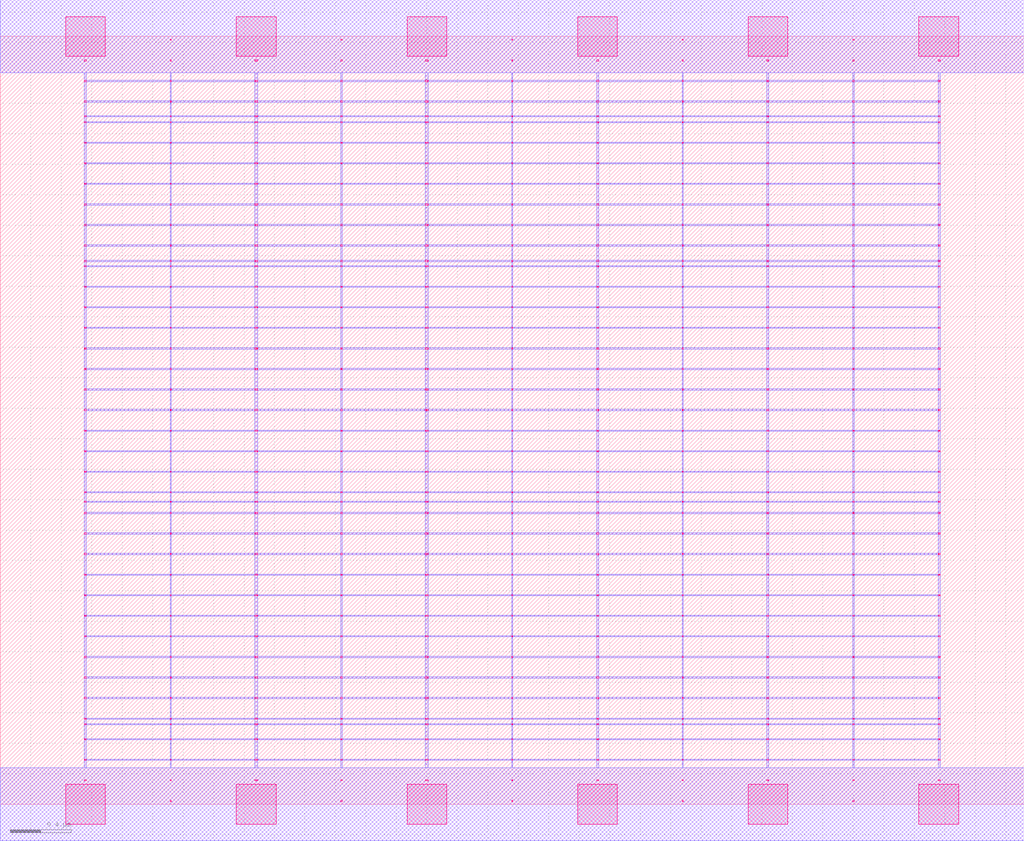
<source format=lef>
MACRO OAOI211_DEBUG
 CLASS CORE ;
 FOREIGN OAOI211_DEBUG 0 0 ;
 SIZE 6.72 BY 5.04 ;
 ORIGIN 0 0 ;
 SYMMETRY X Y R90 ;
 SITE unit ;

 OBS
    LAYER polycont ;
     RECT 5.59600000 0.15300000 5.60400000 0.16100000 ;
     RECT 6.15600000 0.15300000 6.16900000 0.16100000 ;
     RECT 5.59600000 0.28800000 5.60400000 0.29600000 ;
     RECT 6.15600000 0.28800000 6.16900000 0.29600000 ;
     RECT 5.59600000 0.42300000 5.60400000 0.43100000 ;
     RECT 6.15600000 0.42300000 6.16900000 0.43100000 ;
     RECT 5.59600000 0.52100000 5.60400000 0.52900000 ;
     RECT 6.15600000 0.52100000 6.16900000 0.52900000 ;
     RECT 5.59600000 0.55800000 5.60400000 0.56600000 ;
     RECT 6.15600000 0.55800000 6.16900000 0.56600000 ;
     RECT 5.59600000 0.69300000 5.60400000 0.70100000 ;
     RECT 6.15600000 0.69300000 6.16900000 0.70100000 ;
     RECT 5.59600000 0.82800000 5.60400000 0.83600000 ;
     RECT 6.15600000 0.82800000 6.16900000 0.83600000 ;
     RECT 5.59600000 0.96300000 5.60400000 0.97100000 ;
     RECT 6.15600000 0.96300000 6.16900000 0.97100000 ;
     RECT 5.59600000 1.09800000 5.60400000 1.10600000 ;
     RECT 6.15600000 1.09800000 6.16900000 1.10600000 ;
     RECT 5.59600000 1.23300000 5.60400000 1.24100000 ;
     RECT 6.15600000 1.23300000 6.16900000 1.24100000 ;
     RECT 5.59600000 1.36800000 5.60400000 1.37600000 ;
     RECT 6.15600000 1.36800000 6.16900000 1.37600000 ;
     RECT 5.59600000 1.50300000 5.60400000 1.51100000 ;
     RECT 6.15600000 1.50300000 6.16900000 1.51100000 ;
     RECT 5.59600000 1.63800000 5.60400000 1.64600000 ;
     RECT 6.15600000 1.63800000 6.16900000 1.64600000 ;
     RECT 5.59600000 1.77300000 5.60400000 1.78100000 ;
     RECT 6.15600000 1.77300000 6.16900000 1.78100000 ;
     RECT 5.59600000 1.90800000 5.60400000 1.91600000 ;
     RECT 6.15600000 1.90800000 6.16900000 1.91600000 ;
     RECT 5.59600000 1.98100000 5.60400000 1.98900000 ;
     RECT 6.15600000 1.98100000 6.16900000 1.98900000 ;
     RECT 5.59600000 2.04300000 5.60400000 2.05100000 ;
     RECT 6.15600000 2.04300000 6.16900000 2.05100000 ;
     RECT 5.59600000 2.17800000 5.60400000 2.18600000 ;
     RECT 6.15600000 2.17800000 6.16900000 2.18600000 ;
     RECT 5.59600000 2.31300000 5.60400000 2.32100000 ;
     RECT 6.15600000 2.31300000 6.16900000 2.32100000 ;
     RECT 5.59600000 2.44800000 5.60400000 2.45600000 ;
     RECT 6.15600000 2.44800000 6.16900000 2.45600000 ;
     RECT 0.55100000 2.58300000 0.56400000 2.59100000 ;
     RECT 1.11600000 2.58300000 1.12400000 2.59100000 ;
     RECT 1.67100000 2.58300000 1.68900000 2.59100000 ;
     RECT 2.23600000 2.58300000 2.24400000 2.59100000 ;
     RECT 2.79100000 2.58300000 2.80900000 2.59100000 ;
     RECT 3.35600000 2.58300000 3.36400000 2.59100000 ;
     RECT 3.91600000 2.58300000 3.92900000 2.59100000 ;
     RECT 4.47600000 2.58300000 4.48400000 2.59100000 ;
     RECT 5.03100000 2.58300000 5.04400000 2.59100000 ;
     RECT 5.59600000 2.58300000 5.60400000 2.59100000 ;
     RECT 6.15600000 2.58300000 6.16900000 2.59100000 ;
     RECT 0.55100000 2.71800000 0.56400000 2.72600000 ;
     RECT 1.11600000 2.71800000 1.12400000 2.72600000 ;
     RECT 1.67100000 2.71800000 1.68900000 2.72600000 ;
     RECT 2.23600000 2.71800000 2.24400000 2.72600000 ;
     RECT 2.79100000 2.71800000 2.80900000 2.72600000 ;
     RECT 3.35600000 2.71800000 3.36400000 2.72600000 ;
     RECT 3.91600000 2.71800000 3.92900000 2.72600000 ;
     RECT 4.47600000 2.71800000 4.48400000 2.72600000 ;
     RECT 5.03100000 2.71800000 5.04400000 2.72600000 ;
     RECT 5.59600000 2.71800000 5.60400000 2.72600000 ;
     RECT 6.15600000 2.71800000 6.16900000 2.72600000 ;
     RECT 0.55100000 2.85300000 0.56400000 2.86100000 ;
     RECT 1.11600000 2.85300000 1.12400000 2.86100000 ;
     RECT 1.67100000 2.85300000 1.68900000 2.86100000 ;
     RECT 2.23600000 2.85300000 2.24400000 2.86100000 ;
     RECT 2.79100000 2.85300000 2.80900000 2.86100000 ;
     RECT 3.35600000 2.85300000 3.36400000 2.86100000 ;
     RECT 3.91600000 2.85300000 3.92900000 2.86100000 ;
     RECT 4.47600000 2.85300000 4.48400000 2.86100000 ;
     RECT 5.03100000 2.85300000 5.04400000 2.86100000 ;
     RECT 5.59600000 2.85300000 5.60400000 2.86100000 ;
     RECT 6.15600000 2.85300000 6.16900000 2.86100000 ;
     RECT 0.55100000 2.98800000 0.56400000 2.99600000 ;
     RECT 1.11600000 2.98800000 1.12400000 2.99600000 ;
     RECT 1.67100000 2.98800000 1.68900000 2.99600000 ;
     RECT 2.23600000 2.98800000 2.24400000 2.99600000 ;
     RECT 2.79100000 2.98800000 2.80900000 2.99600000 ;
     RECT 3.35600000 2.98800000 3.36400000 2.99600000 ;
     RECT 3.91600000 2.98800000 3.92900000 2.99600000 ;
     RECT 4.47600000 2.98800000 4.48400000 2.99600000 ;
     RECT 5.03100000 2.98800000 5.04400000 2.99600000 ;
     RECT 5.59600000 2.98800000 5.60400000 2.99600000 ;
     RECT 6.15600000 2.98800000 6.16900000 2.99600000 ;
     RECT 4.47600000 3.12300000 4.48400000 3.13100000 ;
     RECT 4.47600000 3.25800000 4.48400000 3.26600000 ;
     RECT 4.47600000 3.39300000 4.48400000 3.40100000 ;
     RECT 4.47600000 3.52800000 4.48400000 3.53600000 ;
     RECT 4.47600000 3.56100000 4.48400000 3.56900000 ;
     RECT 4.47600000 3.66300000 4.48400000 3.67100000 ;
     RECT 4.47600000 3.79800000 4.48400000 3.80600000 ;
     RECT 4.47600000 3.93300000 4.48400000 3.94100000 ;
     RECT 4.47600000 4.06800000 4.48400000 4.07600000 ;
     RECT 4.47600000 4.20300000 4.48400000 4.21100000 ;
     RECT 4.47600000 4.33800000 4.48400000 4.34600000 ;
     RECT 4.47600000 4.47300000 4.48400000 4.48100000 ;
     RECT 4.47600000 4.51100000 4.48400000 4.51900000 ;
     RECT 4.47600000 4.60800000 4.48400000 4.61600000 ;
     RECT 4.47600000 4.74300000 4.48400000 4.75100000 ;
     RECT 4.47600000 4.87800000 4.48400000 4.88600000 ;

    LAYER pdiffc ;
     RECT 0.55100000 3.39300000 0.55900000 3.40100000 ;
     RECT 3.92100000 3.39300000 3.92900000 3.40100000 ;
     RECT 5.03100000 3.39300000 5.03900000 3.40100000 ;
     RECT 6.16100000 3.39300000 6.16900000 3.40100000 ;
     RECT 0.55100000 3.52800000 0.55900000 3.53600000 ;
     RECT 3.92100000 3.52800000 3.92900000 3.53600000 ;
     RECT 5.03100000 3.52800000 5.03900000 3.53600000 ;
     RECT 6.16100000 3.52800000 6.16900000 3.53600000 ;
     RECT 0.55100000 3.56100000 0.55900000 3.56900000 ;
     RECT 3.92100000 3.56100000 3.92900000 3.56900000 ;
     RECT 5.03100000 3.56100000 5.03900000 3.56900000 ;
     RECT 6.16100000 3.56100000 6.16900000 3.56900000 ;
     RECT 0.55100000 3.66300000 0.55900000 3.67100000 ;
     RECT 3.92100000 3.66300000 3.92900000 3.67100000 ;
     RECT 5.03100000 3.66300000 5.03900000 3.67100000 ;
     RECT 6.16100000 3.66300000 6.16900000 3.67100000 ;
     RECT 0.55100000 3.79800000 0.55900000 3.80600000 ;
     RECT 3.92100000 3.79800000 3.92900000 3.80600000 ;
     RECT 5.03100000 3.79800000 5.03900000 3.80600000 ;
     RECT 6.16100000 3.79800000 6.16900000 3.80600000 ;
     RECT 0.55100000 3.93300000 0.55900000 3.94100000 ;
     RECT 3.92100000 3.93300000 3.92900000 3.94100000 ;
     RECT 5.03100000 3.93300000 5.03900000 3.94100000 ;
     RECT 6.16100000 3.93300000 6.16900000 3.94100000 ;
     RECT 0.55100000 4.06800000 0.55900000 4.07600000 ;
     RECT 3.92100000 4.06800000 3.92900000 4.07600000 ;
     RECT 5.03100000 4.06800000 5.03900000 4.07600000 ;
     RECT 6.16100000 4.06800000 6.16900000 4.07600000 ;
     RECT 0.55100000 4.20300000 0.55900000 4.21100000 ;
     RECT 3.92100000 4.20300000 3.92900000 4.21100000 ;
     RECT 5.03100000 4.20300000 5.03900000 4.21100000 ;
     RECT 6.16100000 4.20300000 6.16900000 4.21100000 ;
     RECT 0.55100000 4.33800000 0.55900000 4.34600000 ;
     RECT 3.92100000 4.33800000 3.92900000 4.34600000 ;
     RECT 5.03100000 4.33800000 5.03900000 4.34600000 ;
     RECT 6.16100000 4.33800000 6.16900000 4.34600000 ;
     RECT 0.55100000 4.47300000 0.55900000 4.48100000 ;
     RECT 3.92100000 4.47300000 3.92900000 4.48100000 ;
     RECT 5.03100000 4.47300000 5.03900000 4.48100000 ;
     RECT 6.16100000 4.47300000 6.16900000 4.48100000 ;
     RECT 0.55100000 4.51100000 0.55900000 4.51900000 ;
     RECT 3.92100000 4.51100000 3.92900000 4.51900000 ;
     RECT 5.03100000 4.51100000 5.03900000 4.51900000 ;
     RECT 6.16100000 4.51100000 6.16900000 4.51900000 ;
     RECT 0.55100000 4.60800000 0.55900000 4.61600000 ;
     RECT 3.92100000 4.60800000 3.92900000 4.61600000 ;
     RECT 5.03100000 4.60800000 5.03900000 4.61600000 ;
     RECT 6.16100000 4.60800000 6.16900000 4.61600000 ;

    LAYER ndiffc ;
     RECT 0.55100000 0.42300000 0.56400000 0.43100000 ;
     RECT 1.67100000 0.42300000 1.68900000 0.43100000 ;
     RECT 2.79100000 0.42300000 2.80900000 0.43100000 ;
     RECT 3.91600000 0.42300000 3.92900000 0.43100000 ;
     RECT 5.03100000 0.42300000 5.04400000 0.43100000 ;
     RECT 0.55100000 0.52100000 0.56400000 0.52900000 ;
     RECT 1.67100000 0.52100000 1.68900000 0.52900000 ;
     RECT 2.79100000 0.52100000 2.80900000 0.52900000 ;
     RECT 3.91600000 0.52100000 3.92900000 0.52900000 ;
     RECT 5.03100000 0.52100000 5.04400000 0.52900000 ;
     RECT 0.55100000 0.55800000 0.56400000 0.56600000 ;
     RECT 1.67100000 0.55800000 1.68900000 0.56600000 ;
     RECT 2.79100000 0.55800000 2.80900000 0.56600000 ;
     RECT 3.91600000 0.55800000 3.92900000 0.56600000 ;
     RECT 5.03100000 0.55800000 5.04400000 0.56600000 ;
     RECT 0.55100000 0.69300000 0.56400000 0.70100000 ;
     RECT 1.67100000 0.69300000 1.68900000 0.70100000 ;
     RECT 2.79100000 0.69300000 2.80900000 0.70100000 ;
     RECT 3.91600000 0.69300000 3.92900000 0.70100000 ;
     RECT 5.03100000 0.69300000 5.04400000 0.70100000 ;
     RECT 0.55100000 0.82800000 0.56400000 0.83600000 ;
     RECT 1.67100000 0.82800000 1.68900000 0.83600000 ;
     RECT 2.79100000 0.82800000 2.80900000 0.83600000 ;
     RECT 3.91600000 0.82800000 3.92900000 0.83600000 ;
     RECT 5.03100000 0.82800000 5.04400000 0.83600000 ;
     RECT 0.55100000 0.96300000 0.56400000 0.97100000 ;
     RECT 1.67100000 0.96300000 1.68900000 0.97100000 ;
     RECT 2.79100000 0.96300000 2.80900000 0.97100000 ;
     RECT 3.91600000 0.96300000 3.92900000 0.97100000 ;
     RECT 5.03100000 0.96300000 5.04400000 0.97100000 ;
     RECT 0.55100000 1.09800000 0.56400000 1.10600000 ;
     RECT 1.67100000 1.09800000 1.68900000 1.10600000 ;
     RECT 2.79100000 1.09800000 2.80900000 1.10600000 ;
     RECT 3.91600000 1.09800000 3.92900000 1.10600000 ;
     RECT 5.03100000 1.09800000 5.04400000 1.10600000 ;
     RECT 0.55100000 1.23300000 0.56400000 1.24100000 ;
     RECT 1.67100000 1.23300000 1.68900000 1.24100000 ;
     RECT 2.79100000 1.23300000 2.80900000 1.24100000 ;
     RECT 3.91600000 1.23300000 3.92900000 1.24100000 ;
     RECT 5.03100000 1.23300000 5.04400000 1.24100000 ;
     RECT 0.55100000 1.36800000 0.56400000 1.37600000 ;
     RECT 1.67100000 1.36800000 1.68900000 1.37600000 ;
     RECT 2.79100000 1.36800000 2.80900000 1.37600000 ;
     RECT 3.91600000 1.36800000 3.92900000 1.37600000 ;
     RECT 5.03100000 1.36800000 5.04400000 1.37600000 ;
     RECT 0.55100000 1.50300000 0.56400000 1.51100000 ;
     RECT 1.67100000 1.50300000 1.68900000 1.51100000 ;
     RECT 2.79100000 1.50300000 2.80900000 1.51100000 ;
     RECT 3.91600000 1.50300000 3.92900000 1.51100000 ;
     RECT 5.03100000 1.50300000 5.04400000 1.51100000 ;
     RECT 0.55100000 1.63800000 0.56400000 1.64600000 ;
     RECT 1.67100000 1.63800000 1.68900000 1.64600000 ;
     RECT 2.79100000 1.63800000 2.80900000 1.64600000 ;
     RECT 3.91600000 1.63800000 3.92900000 1.64600000 ;
     RECT 5.03100000 1.63800000 5.04400000 1.64600000 ;
     RECT 0.55100000 1.77300000 0.56400000 1.78100000 ;
     RECT 1.67100000 1.77300000 1.68900000 1.78100000 ;
     RECT 2.79100000 1.77300000 2.80900000 1.78100000 ;
     RECT 3.91600000 1.77300000 3.92900000 1.78100000 ;
     RECT 5.03100000 1.77300000 5.04400000 1.78100000 ;
     RECT 0.55100000 1.90800000 0.56400000 1.91600000 ;
     RECT 1.67100000 1.90800000 1.68900000 1.91600000 ;
     RECT 2.79100000 1.90800000 2.80900000 1.91600000 ;
     RECT 3.91600000 1.90800000 3.92900000 1.91600000 ;
     RECT 5.03100000 1.90800000 5.04400000 1.91600000 ;
     RECT 0.55100000 1.98100000 0.56400000 1.98900000 ;
     RECT 1.67100000 1.98100000 1.68900000 1.98900000 ;
     RECT 2.79100000 1.98100000 2.80900000 1.98900000 ;
     RECT 3.91600000 1.98100000 3.92900000 1.98900000 ;
     RECT 5.03100000 1.98100000 5.04400000 1.98900000 ;
     RECT 0.55100000 2.04300000 0.56400000 2.05100000 ;
     RECT 1.67100000 2.04300000 1.68900000 2.05100000 ;
     RECT 2.79100000 2.04300000 2.80900000 2.05100000 ;
     RECT 3.91600000 2.04300000 3.92900000 2.05100000 ;
     RECT 5.03100000 2.04300000 5.04400000 2.05100000 ;

    LAYER met1 ;
     RECT 0.00000000 -0.24000000 6.72000000 0.24000000 ;
     RECT 3.35600000 0.24000000 3.36400000 0.28800000 ;
     RECT 0.55100000 0.28800000 6.16900000 0.29600000 ;
     RECT 3.35600000 0.29600000 3.36400000 0.42300000 ;
     RECT 0.55100000 0.42300000 6.16900000 0.43100000 ;
     RECT 3.35600000 0.43100000 3.36400000 0.52100000 ;
     RECT 0.55100000 0.52100000 6.16900000 0.52900000 ;
     RECT 3.35600000 0.52900000 3.36400000 0.55800000 ;
     RECT 0.55100000 0.55800000 6.16900000 0.56600000 ;
     RECT 3.35600000 0.56600000 3.36400000 0.69300000 ;
     RECT 0.55100000 0.69300000 6.16900000 0.70100000 ;
     RECT 3.35600000 0.70100000 3.36400000 0.82800000 ;
     RECT 0.55100000 0.82800000 6.16900000 0.83600000 ;
     RECT 3.35600000 0.83600000 3.36400000 0.96300000 ;
     RECT 0.55100000 0.96300000 6.16900000 0.97100000 ;
     RECT 3.35600000 0.97100000 3.36400000 1.09800000 ;
     RECT 0.55100000 1.09800000 6.16900000 1.10600000 ;
     RECT 3.35600000 1.10600000 3.36400000 1.23300000 ;
     RECT 0.55100000 1.23300000 6.16900000 1.24100000 ;
     RECT 3.35600000 1.24100000 3.36400000 1.36800000 ;
     RECT 0.55100000 1.36800000 6.16900000 1.37600000 ;
     RECT 3.35600000 1.37600000 3.36400000 1.50300000 ;
     RECT 0.55100000 1.50300000 6.16900000 1.51100000 ;
     RECT 3.35600000 1.51100000 3.36400000 1.63800000 ;
     RECT 0.55100000 1.63800000 6.16900000 1.64600000 ;
     RECT 3.35600000 1.64600000 3.36400000 1.77300000 ;
     RECT 0.55100000 1.77300000 6.16900000 1.78100000 ;
     RECT 3.35600000 1.78100000 3.36400000 1.90800000 ;
     RECT 0.55100000 1.90800000 6.16900000 1.91600000 ;
     RECT 3.35600000 1.91600000 3.36400000 1.98100000 ;
     RECT 0.55100000 1.98100000 6.16900000 1.98900000 ;
     RECT 3.35600000 1.98900000 3.36400000 2.04300000 ;
     RECT 0.55100000 2.04300000 6.16900000 2.05100000 ;
     RECT 3.35600000 2.05100000 3.36400000 2.17800000 ;
     RECT 0.55100000 2.17800000 6.16900000 2.18600000 ;
     RECT 3.35600000 2.18600000 3.36400000 2.31300000 ;
     RECT 0.55100000 2.31300000 6.16900000 2.32100000 ;
     RECT 3.35600000 2.32100000 3.36400000 2.44800000 ;
     RECT 0.55100000 2.44800000 6.16900000 2.45600000 ;
     RECT 0.55100000 2.45600000 0.56400000 2.58300000 ;
     RECT 1.11600000 2.45600000 1.12400000 2.58300000 ;
     RECT 1.67100000 2.45600000 1.68900000 2.58300000 ;
     RECT 2.23600000 2.45600000 2.24400000 2.58300000 ;
     RECT 2.79100000 2.45600000 2.80900000 2.58300000 ;
     RECT 3.35600000 2.45600000 3.36400000 2.58300000 ;
     RECT 3.91600000 2.45600000 3.92900000 2.58300000 ;
     RECT 4.47600000 2.45600000 4.48400000 2.58300000 ;
     RECT 5.03100000 2.45600000 5.04400000 2.58300000 ;
     RECT 5.59600000 2.45600000 5.60400000 2.58300000 ;
     RECT 6.15600000 2.45600000 6.16900000 2.58300000 ;
     RECT 0.55100000 2.58300000 6.16900000 2.59100000 ;
     RECT 3.35600000 2.59100000 3.36400000 2.71800000 ;
     RECT 0.55100000 2.71800000 6.16900000 2.72600000 ;
     RECT 3.35600000 2.72600000 3.36400000 2.85300000 ;
     RECT 0.55100000 2.85300000 6.16900000 2.86100000 ;
     RECT 3.35600000 2.86100000 3.36400000 2.98800000 ;
     RECT 0.55100000 2.98800000 6.16900000 2.99600000 ;
     RECT 3.35600000 2.99600000 3.36400000 3.12300000 ;
     RECT 0.55100000 3.12300000 6.16900000 3.13100000 ;
     RECT 3.35600000 3.13100000 3.36400000 3.25800000 ;
     RECT 0.55100000 3.25800000 6.16900000 3.26600000 ;
     RECT 3.35600000 3.26600000 3.36400000 3.39300000 ;
     RECT 0.55100000 3.39300000 6.16900000 3.40100000 ;
     RECT 3.35600000 3.40100000 3.36400000 3.52800000 ;
     RECT 0.55100000 3.52800000 6.16900000 3.53600000 ;
     RECT 3.35600000 3.53600000 3.36400000 3.56100000 ;
     RECT 0.55100000 3.56100000 6.16900000 3.56900000 ;
     RECT 3.35600000 3.56900000 3.36400000 3.66300000 ;
     RECT 0.55100000 3.66300000 6.16900000 3.67100000 ;
     RECT 3.35600000 3.67100000 3.36400000 3.79800000 ;
     RECT 0.55100000 3.79800000 6.16900000 3.80600000 ;
     RECT 3.35600000 3.80600000 3.36400000 3.93300000 ;
     RECT 0.55100000 3.93300000 6.16900000 3.94100000 ;
     RECT 3.35600000 3.94100000 3.36400000 4.06800000 ;
     RECT 0.55100000 4.06800000 6.16900000 4.07600000 ;
     RECT 3.35600000 4.07600000 3.36400000 4.20300000 ;
     RECT 0.55100000 4.20300000 6.16900000 4.21100000 ;
     RECT 3.35600000 4.21100000 3.36400000 4.33800000 ;
     RECT 0.55100000 4.33800000 6.16900000 4.34600000 ;
     RECT 3.35600000 4.34600000 3.36400000 4.47300000 ;
     RECT 0.55100000 4.47300000 6.16900000 4.48100000 ;
     RECT 3.35600000 4.48100000 3.36400000 4.51100000 ;
     RECT 0.55100000 4.51100000 6.16900000 4.51900000 ;
     RECT 3.35600000 4.51900000 3.36400000 4.60800000 ;
     RECT 0.55100000 4.60800000 6.16900000 4.61600000 ;
     RECT 3.35600000 4.61600000 3.36400000 4.74300000 ;
     RECT 0.55100000 4.74300000 6.16900000 4.75100000 ;
     RECT 3.35600000 4.75100000 3.36400000 4.80000000 ;
     RECT 0.00000000 4.80000000 6.72000000 5.28000000 ;
     RECT 5.03100000 3.26600000 5.04400000 3.39300000 ;
     RECT 5.59600000 3.26600000 5.60400000 3.39300000 ;
     RECT 6.15600000 3.26600000 6.16900000 3.39300000 ;
     RECT 5.59600000 2.72600000 5.60400000 2.85300000 ;
     RECT 6.15600000 2.72600000 6.16900000 2.85300000 ;
     RECT 3.91600000 3.40100000 3.92900000 3.52800000 ;
     RECT 4.47600000 3.40100000 4.48400000 3.52800000 ;
     RECT 5.03100000 3.40100000 5.04400000 3.52800000 ;
     RECT 5.59600000 3.40100000 5.60400000 3.52800000 ;
     RECT 6.15600000 3.40100000 6.16900000 3.52800000 ;
     RECT 5.03100000 2.59100000 5.04400000 2.71800000 ;
     RECT 5.59600000 2.59100000 5.60400000 2.71800000 ;
     RECT 3.91600000 3.53600000 3.92900000 3.56100000 ;
     RECT 4.47600000 3.53600000 4.48400000 3.56100000 ;
     RECT 5.03100000 3.53600000 5.04400000 3.56100000 ;
     RECT 5.59600000 3.53600000 5.60400000 3.56100000 ;
     RECT 6.15600000 3.53600000 6.16900000 3.56100000 ;
     RECT 3.91600000 2.86100000 3.92900000 2.98800000 ;
     RECT 4.47600000 2.86100000 4.48400000 2.98800000 ;
     RECT 3.91600000 3.56900000 3.92900000 3.66300000 ;
     RECT 4.47600000 3.56900000 4.48400000 3.66300000 ;
     RECT 5.03100000 3.56900000 5.04400000 3.66300000 ;
     RECT 5.59600000 3.56900000 5.60400000 3.66300000 ;
     RECT 6.15600000 3.56900000 6.16900000 3.66300000 ;
     RECT 5.03100000 2.86100000 5.04400000 2.98800000 ;
     RECT 5.59600000 2.86100000 5.60400000 2.98800000 ;
     RECT 3.91600000 3.67100000 3.92900000 3.79800000 ;
     RECT 4.47600000 3.67100000 4.48400000 3.79800000 ;
     RECT 5.03100000 3.67100000 5.04400000 3.79800000 ;
     RECT 5.59600000 3.67100000 5.60400000 3.79800000 ;
     RECT 6.15600000 3.67100000 6.16900000 3.79800000 ;
     RECT 6.15600000 2.86100000 6.16900000 2.98800000 ;
     RECT 6.15600000 2.59100000 6.16900000 2.71800000 ;
     RECT 3.91600000 3.80600000 3.92900000 3.93300000 ;
     RECT 4.47600000 3.80600000 4.48400000 3.93300000 ;
     RECT 5.03100000 3.80600000 5.04400000 3.93300000 ;
     RECT 5.59600000 3.80600000 5.60400000 3.93300000 ;
     RECT 6.15600000 3.80600000 6.16900000 3.93300000 ;
     RECT 3.91600000 2.59100000 3.92900000 2.71800000 ;
     RECT 3.91600000 2.99600000 3.92900000 3.12300000 ;
     RECT 3.91600000 3.94100000 3.92900000 4.06800000 ;
     RECT 4.47600000 3.94100000 4.48400000 4.06800000 ;
     RECT 5.03100000 3.94100000 5.04400000 4.06800000 ;
     RECT 5.59600000 3.94100000 5.60400000 4.06800000 ;
     RECT 6.15600000 3.94100000 6.16900000 4.06800000 ;
     RECT 4.47600000 2.99600000 4.48400000 3.12300000 ;
     RECT 5.03100000 2.99600000 5.04400000 3.12300000 ;
     RECT 3.91600000 4.07600000 3.92900000 4.20300000 ;
     RECT 4.47600000 4.07600000 4.48400000 4.20300000 ;
     RECT 5.03100000 4.07600000 5.04400000 4.20300000 ;
     RECT 5.59600000 4.07600000 5.60400000 4.20300000 ;
     RECT 6.15600000 4.07600000 6.16900000 4.20300000 ;
     RECT 5.59600000 2.99600000 5.60400000 3.12300000 ;
     RECT 6.15600000 2.99600000 6.16900000 3.12300000 ;
     RECT 3.91600000 4.21100000 3.92900000 4.33800000 ;
     RECT 4.47600000 4.21100000 4.48400000 4.33800000 ;
     RECT 5.03100000 4.21100000 5.04400000 4.33800000 ;
     RECT 5.59600000 4.21100000 5.60400000 4.33800000 ;
     RECT 6.15600000 4.21100000 6.16900000 4.33800000 ;
     RECT 4.47600000 2.59100000 4.48400000 2.71800000 ;
     RECT 3.91600000 2.72600000 3.92900000 2.85300000 ;
     RECT 3.91600000 4.34600000 3.92900000 4.47300000 ;
     RECT 4.47600000 4.34600000 4.48400000 4.47300000 ;
     RECT 5.03100000 4.34600000 5.04400000 4.47300000 ;
     RECT 5.59600000 4.34600000 5.60400000 4.47300000 ;
     RECT 6.15600000 4.34600000 6.16900000 4.47300000 ;
     RECT 3.91600000 3.13100000 3.92900000 3.25800000 ;
     RECT 4.47600000 3.13100000 4.48400000 3.25800000 ;
     RECT 3.91600000 4.48100000 3.92900000 4.51100000 ;
     RECT 4.47600000 4.48100000 4.48400000 4.51100000 ;
     RECT 5.03100000 4.48100000 5.04400000 4.51100000 ;
     RECT 5.59600000 4.48100000 5.60400000 4.51100000 ;
     RECT 6.15600000 4.48100000 6.16900000 4.51100000 ;
     RECT 5.03100000 3.13100000 5.04400000 3.25800000 ;
     RECT 5.59600000 3.13100000 5.60400000 3.25800000 ;
     RECT 3.91600000 4.51900000 3.92900000 4.60800000 ;
     RECT 4.47600000 4.51900000 4.48400000 4.60800000 ;
     RECT 5.03100000 4.51900000 5.04400000 4.60800000 ;
     RECT 5.59600000 4.51900000 5.60400000 4.60800000 ;
     RECT 6.15600000 4.51900000 6.16900000 4.60800000 ;
     RECT 6.15600000 3.13100000 6.16900000 3.25800000 ;
     RECT 4.47600000 2.72600000 4.48400000 2.85300000 ;
     RECT 3.91600000 4.61600000 3.92900000 4.74300000 ;
     RECT 4.47600000 4.61600000 4.48400000 4.74300000 ;
     RECT 5.03100000 4.61600000 5.04400000 4.74300000 ;
     RECT 5.59600000 4.61600000 5.60400000 4.74300000 ;
     RECT 6.15600000 4.61600000 6.16900000 4.74300000 ;
     RECT 5.03100000 2.72600000 5.04400000 2.85300000 ;
     RECT 3.91600000 3.26600000 3.92900000 3.39300000 ;
     RECT 3.91600000 4.75100000 3.92900000 4.80000000 ;
     RECT 4.47600000 4.75100000 4.48400000 4.80000000 ;
     RECT 5.03100000 4.75100000 5.04400000 4.80000000 ;
     RECT 5.59600000 4.75100000 5.60400000 4.80000000 ;
     RECT 6.15600000 4.75100000 6.16900000 4.80000000 ;
     RECT 4.47600000 3.26600000 4.48400000 3.39300000 ;
     RECT 1.11600000 3.94100000 1.12400000 4.06800000 ;
     RECT 1.67100000 3.94100000 1.68900000 4.06800000 ;
     RECT 2.23600000 3.94100000 2.24400000 4.06800000 ;
     RECT 2.79100000 3.94100000 2.80900000 4.06800000 ;
     RECT 0.55100000 2.72600000 0.56400000 2.85300000 ;
     RECT 1.11600000 2.72600000 1.12400000 2.85300000 ;
     RECT 0.55100000 2.86100000 0.56400000 2.98800000 ;
     RECT 1.11600000 2.86100000 1.12400000 2.98800000 ;
     RECT 1.67100000 2.86100000 1.68900000 2.98800000 ;
     RECT 2.23600000 2.86100000 2.24400000 2.98800000 ;
     RECT 0.55100000 3.13100000 0.56400000 3.25800000 ;
     RECT 0.55100000 4.07600000 0.56400000 4.20300000 ;
     RECT 1.11600000 4.07600000 1.12400000 4.20300000 ;
     RECT 1.67100000 4.07600000 1.68900000 4.20300000 ;
     RECT 2.23600000 4.07600000 2.24400000 4.20300000 ;
     RECT 2.79100000 4.07600000 2.80900000 4.20300000 ;
     RECT 0.55100000 3.53600000 0.56400000 3.56100000 ;
     RECT 1.11600000 3.53600000 1.12400000 3.56100000 ;
     RECT 1.67100000 3.53600000 1.68900000 3.56100000 ;
     RECT 2.23600000 3.53600000 2.24400000 3.56100000 ;
     RECT 2.79100000 3.53600000 2.80900000 3.56100000 ;
     RECT 1.11600000 3.13100000 1.12400000 3.25800000 ;
     RECT 1.67100000 3.13100000 1.68900000 3.25800000 ;
     RECT 0.55100000 4.21100000 0.56400000 4.33800000 ;
     RECT 1.11600000 4.21100000 1.12400000 4.33800000 ;
     RECT 1.67100000 4.21100000 1.68900000 4.33800000 ;
     RECT 2.23600000 4.21100000 2.24400000 4.33800000 ;
     RECT 2.79100000 4.21100000 2.80900000 4.33800000 ;
     RECT 2.23600000 3.13100000 2.24400000 3.25800000 ;
     RECT 2.79100000 3.13100000 2.80900000 3.25800000 ;
     RECT 2.79100000 2.86100000 2.80900000 2.98800000 ;
     RECT 1.67100000 2.72600000 1.68900000 2.85300000 ;
     RECT 2.23600000 2.72600000 2.24400000 2.85300000 ;
     RECT 0.55100000 3.56900000 0.56400000 3.66300000 ;
     RECT 1.11600000 3.56900000 1.12400000 3.66300000 ;
     RECT 0.55100000 4.34600000 0.56400000 4.47300000 ;
     RECT 1.11600000 4.34600000 1.12400000 4.47300000 ;
     RECT 1.67100000 4.34600000 1.68900000 4.47300000 ;
     RECT 2.23600000 4.34600000 2.24400000 4.47300000 ;
     RECT 2.79100000 4.34600000 2.80900000 4.47300000 ;
     RECT 1.67100000 3.56900000 1.68900000 3.66300000 ;
     RECT 2.23600000 3.56900000 2.24400000 3.66300000 ;
     RECT 2.79100000 3.56900000 2.80900000 3.66300000 ;
     RECT 2.79100000 2.72600000 2.80900000 2.85300000 ;
     RECT 1.67100000 2.59100000 1.68900000 2.71800000 ;
     RECT 2.23600000 2.59100000 2.24400000 2.71800000 ;
     RECT 2.79100000 2.59100000 2.80900000 2.71800000 ;
     RECT 0.55100000 4.48100000 0.56400000 4.51100000 ;
     RECT 1.11600000 4.48100000 1.12400000 4.51100000 ;
     RECT 1.67100000 4.48100000 1.68900000 4.51100000 ;
     RECT 2.23600000 4.48100000 2.24400000 4.51100000 ;
     RECT 2.79100000 4.48100000 2.80900000 4.51100000 ;
     RECT 0.55100000 3.26600000 0.56400000 3.39300000 ;
     RECT 1.11600000 3.26600000 1.12400000 3.39300000 ;
     RECT 1.67100000 3.26600000 1.68900000 3.39300000 ;
     RECT 0.55100000 3.67100000 0.56400000 3.79800000 ;
     RECT 1.11600000 3.67100000 1.12400000 3.79800000 ;
     RECT 1.67100000 3.67100000 1.68900000 3.79800000 ;
     RECT 2.23600000 3.67100000 2.24400000 3.79800000 ;
     RECT 0.55100000 4.51900000 0.56400000 4.60800000 ;
     RECT 1.11600000 4.51900000 1.12400000 4.60800000 ;
     RECT 1.67100000 4.51900000 1.68900000 4.60800000 ;
     RECT 2.23600000 4.51900000 2.24400000 4.60800000 ;
     RECT 2.79100000 4.51900000 2.80900000 4.60800000 ;
     RECT 2.79100000 3.67100000 2.80900000 3.79800000 ;
     RECT 2.23600000 3.26600000 2.24400000 3.39300000 ;
     RECT 2.79100000 3.26600000 2.80900000 3.39300000 ;
     RECT 0.55100000 2.59100000 0.56400000 2.71800000 ;
     RECT 0.55100000 2.99600000 0.56400000 3.12300000 ;
     RECT 1.11600000 2.99600000 1.12400000 3.12300000 ;
     RECT 1.67100000 2.99600000 1.68900000 3.12300000 ;
     RECT 0.55100000 4.61600000 0.56400000 4.74300000 ;
     RECT 1.11600000 4.61600000 1.12400000 4.74300000 ;
     RECT 1.67100000 4.61600000 1.68900000 4.74300000 ;
     RECT 2.23600000 4.61600000 2.24400000 4.74300000 ;
     RECT 2.79100000 4.61600000 2.80900000 4.74300000 ;
     RECT 2.23600000 2.99600000 2.24400000 3.12300000 ;
     RECT 0.55100000 3.80600000 0.56400000 3.93300000 ;
     RECT 1.11600000 3.80600000 1.12400000 3.93300000 ;
     RECT 1.67100000 3.80600000 1.68900000 3.93300000 ;
     RECT 2.23600000 3.80600000 2.24400000 3.93300000 ;
     RECT 2.79100000 3.80600000 2.80900000 3.93300000 ;
     RECT 2.79100000 2.99600000 2.80900000 3.12300000 ;
     RECT 0.55100000 4.75100000 0.56400000 4.80000000 ;
     RECT 1.11600000 4.75100000 1.12400000 4.80000000 ;
     RECT 1.67100000 4.75100000 1.68900000 4.80000000 ;
     RECT 2.23600000 4.75100000 2.24400000 4.80000000 ;
     RECT 2.79100000 4.75100000 2.80900000 4.80000000 ;
     RECT 1.11600000 2.59100000 1.12400000 2.71800000 ;
     RECT 0.55100000 3.40100000 0.56400000 3.52800000 ;
     RECT 1.11600000 3.40100000 1.12400000 3.52800000 ;
     RECT 1.67100000 3.40100000 1.68900000 3.52800000 ;
     RECT 2.23600000 3.40100000 2.24400000 3.52800000 ;
     RECT 2.79100000 3.40100000 2.80900000 3.52800000 ;
     RECT 0.55100000 3.94100000 0.56400000 4.06800000 ;
     RECT 2.79100000 1.64600000 2.80900000 1.77300000 ;
     RECT 2.23600000 0.52900000 2.24400000 0.55800000 ;
     RECT 2.79100000 0.52900000 2.80900000 0.55800000 ;
     RECT 0.55100000 1.78100000 0.56400000 1.90800000 ;
     RECT 1.11600000 1.78100000 1.12400000 1.90800000 ;
     RECT 1.67100000 1.78100000 1.68900000 1.90800000 ;
     RECT 2.23600000 1.78100000 2.24400000 1.90800000 ;
     RECT 2.79100000 1.78100000 2.80900000 1.90800000 ;
     RECT 1.11600000 0.24000000 1.12400000 0.28800000 ;
     RECT 0.55100000 0.29600000 0.56400000 0.42300000 ;
     RECT 0.55100000 1.91600000 0.56400000 1.98100000 ;
     RECT 1.11600000 1.91600000 1.12400000 1.98100000 ;
     RECT 1.67100000 1.91600000 1.68900000 1.98100000 ;
     RECT 2.23600000 1.91600000 2.24400000 1.98100000 ;
     RECT 2.79100000 1.91600000 2.80900000 1.98100000 ;
     RECT 0.55100000 0.56600000 0.56400000 0.69300000 ;
     RECT 1.11600000 0.56600000 1.12400000 0.69300000 ;
     RECT 0.55100000 1.98900000 0.56400000 2.04300000 ;
     RECT 1.11600000 1.98900000 1.12400000 2.04300000 ;
     RECT 1.67100000 1.98900000 1.68900000 2.04300000 ;
     RECT 2.23600000 1.98900000 2.24400000 2.04300000 ;
     RECT 2.79100000 1.98900000 2.80900000 2.04300000 ;
     RECT 1.67100000 0.56600000 1.68900000 0.69300000 ;
     RECT 2.23600000 0.56600000 2.24400000 0.69300000 ;
     RECT 0.55100000 2.05100000 0.56400000 2.17800000 ;
     RECT 1.11600000 2.05100000 1.12400000 2.17800000 ;
     RECT 1.67100000 2.05100000 1.68900000 2.17800000 ;
     RECT 2.23600000 2.05100000 2.24400000 2.17800000 ;
     RECT 2.79100000 2.05100000 2.80900000 2.17800000 ;
     RECT 2.79100000 0.56600000 2.80900000 0.69300000 ;
     RECT 1.11600000 0.29600000 1.12400000 0.42300000 ;
     RECT 0.55100000 2.18600000 0.56400000 2.31300000 ;
     RECT 1.11600000 2.18600000 1.12400000 2.31300000 ;
     RECT 1.67100000 2.18600000 1.68900000 2.31300000 ;
     RECT 2.23600000 2.18600000 2.24400000 2.31300000 ;
     RECT 2.79100000 2.18600000 2.80900000 2.31300000 ;
     RECT 1.67100000 0.29600000 1.68900000 0.42300000 ;
     RECT 0.55100000 0.70100000 0.56400000 0.82800000 ;
     RECT 0.55100000 2.32100000 0.56400000 2.44800000 ;
     RECT 1.11600000 2.32100000 1.12400000 2.44800000 ;
     RECT 1.67100000 2.32100000 1.68900000 2.44800000 ;
     RECT 2.23600000 2.32100000 2.24400000 2.44800000 ;
     RECT 2.79100000 2.32100000 2.80900000 2.44800000 ;
     RECT 1.11600000 0.70100000 1.12400000 0.82800000 ;
     RECT 1.67100000 0.70100000 1.68900000 0.82800000 ;
     RECT 2.23600000 0.70100000 2.24400000 0.82800000 ;
     RECT 2.79100000 0.70100000 2.80900000 0.82800000 ;
     RECT 2.23600000 0.29600000 2.24400000 0.42300000 ;
     RECT 2.79100000 0.29600000 2.80900000 0.42300000 ;
     RECT 0.55100000 0.83600000 0.56400000 0.96300000 ;
     RECT 1.11600000 0.83600000 1.12400000 0.96300000 ;
     RECT 1.67100000 0.83600000 1.68900000 0.96300000 ;
     RECT 2.23600000 0.83600000 2.24400000 0.96300000 ;
     RECT 2.79100000 0.83600000 2.80900000 0.96300000 ;
     RECT 1.67100000 0.24000000 1.68900000 0.28800000 ;
     RECT 2.23600000 0.24000000 2.24400000 0.28800000 ;
     RECT 0.55100000 0.97100000 0.56400000 1.09800000 ;
     RECT 1.11600000 0.97100000 1.12400000 1.09800000 ;
     RECT 1.67100000 0.97100000 1.68900000 1.09800000 ;
     RECT 2.23600000 0.97100000 2.24400000 1.09800000 ;
     RECT 2.79100000 0.97100000 2.80900000 1.09800000 ;
     RECT 0.55100000 0.43100000 0.56400000 0.52100000 ;
     RECT 1.11600000 0.43100000 1.12400000 0.52100000 ;
     RECT 0.55100000 1.10600000 0.56400000 1.23300000 ;
     RECT 1.11600000 1.10600000 1.12400000 1.23300000 ;
     RECT 1.67100000 1.10600000 1.68900000 1.23300000 ;
     RECT 2.23600000 1.10600000 2.24400000 1.23300000 ;
     RECT 2.79100000 1.10600000 2.80900000 1.23300000 ;
     RECT 1.67100000 0.43100000 1.68900000 0.52100000 ;
     RECT 2.23600000 0.43100000 2.24400000 0.52100000 ;
     RECT 0.55100000 1.24100000 0.56400000 1.36800000 ;
     RECT 1.11600000 1.24100000 1.12400000 1.36800000 ;
     RECT 1.67100000 1.24100000 1.68900000 1.36800000 ;
     RECT 2.23600000 1.24100000 2.24400000 1.36800000 ;
     RECT 2.79100000 1.24100000 2.80900000 1.36800000 ;
     RECT 2.79100000 0.43100000 2.80900000 0.52100000 ;
     RECT 2.79100000 0.24000000 2.80900000 0.28800000 ;
     RECT 0.55100000 1.37600000 0.56400000 1.50300000 ;
     RECT 1.11600000 1.37600000 1.12400000 1.50300000 ;
     RECT 1.67100000 1.37600000 1.68900000 1.50300000 ;
     RECT 2.23600000 1.37600000 2.24400000 1.50300000 ;
     RECT 2.79100000 1.37600000 2.80900000 1.50300000 ;
     RECT 0.55100000 0.24000000 0.56400000 0.28800000 ;
     RECT 0.55100000 0.52900000 0.56400000 0.55800000 ;
     RECT 0.55100000 1.51100000 0.56400000 1.63800000 ;
     RECT 1.11600000 1.51100000 1.12400000 1.63800000 ;
     RECT 1.67100000 1.51100000 1.68900000 1.63800000 ;
     RECT 2.23600000 1.51100000 2.24400000 1.63800000 ;
     RECT 2.79100000 1.51100000 2.80900000 1.63800000 ;
     RECT 1.11600000 0.52900000 1.12400000 0.55800000 ;
     RECT 1.67100000 0.52900000 1.68900000 0.55800000 ;
     RECT 0.55100000 1.64600000 0.56400000 1.77300000 ;
     RECT 1.11600000 1.64600000 1.12400000 1.77300000 ;
     RECT 1.67100000 1.64600000 1.68900000 1.77300000 ;
     RECT 2.23600000 1.64600000 2.24400000 1.77300000 ;
     RECT 5.03100000 0.24000000 5.04400000 0.28800000 ;
     RECT 5.59600000 0.24000000 5.60400000 0.28800000 ;
     RECT 6.15600000 0.24000000 6.16900000 0.28800000 ;
     RECT 3.91600000 1.98900000 3.92900000 2.04300000 ;
     RECT 4.47600000 1.98900000 4.48400000 2.04300000 ;
     RECT 5.03100000 1.98900000 5.04400000 2.04300000 ;
     RECT 5.59600000 1.98900000 5.60400000 2.04300000 ;
     RECT 6.15600000 1.98900000 6.16900000 2.04300000 ;
     RECT 3.91600000 0.70100000 3.92900000 0.82800000 ;
     RECT 4.47600000 0.70100000 4.48400000 0.82800000 ;
     RECT 5.03100000 0.70100000 5.04400000 0.82800000 ;
     RECT 3.91600000 1.24100000 3.92900000 1.36800000 ;
     RECT 4.47600000 1.24100000 4.48400000 1.36800000 ;
     RECT 5.03100000 1.24100000 5.04400000 1.36800000 ;
     RECT 5.59600000 1.24100000 5.60400000 1.36800000 ;
     RECT 3.91600000 2.05100000 3.92900000 2.17800000 ;
     RECT 4.47600000 2.05100000 4.48400000 2.17800000 ;
     RECT 5.03100000 2.05100000 5.04400000 2.17800000 ;
     RECT 5.59600000 2.05100000 5.60400000 2.17800000 ;
     RECT 6.15600000 2.05100000 6.16900000 2.17800000 ;
     RECT 6.15600000 1.24100000 6.16900000 1.36800000 ;
     RECT 5.59600000 0.70100000 5.60400000 0.82800000 ;
     RECT 6.15600000 0.70100000 6.16900000 0.82800000 ;
     RECT 3.91600000 0.24000000 3.92900000 0.28800000 ;
     RECT 3.91600000 0.52900000 3.92900000 0.55800000 ;
     RECT 4.47600000 0.52900000 4.48400000 0.55800000 ;
     RECT 5.03100000 0.52900000 5.04400000 0.55800000 ;
     RECT 3.91600000 2.18600000 3.92900000 2.31300000 ;
     RECT 4.47600000 2.18600000 4.48400000 2.31300000 ;
     RECT 5.03100000 2.18600000 5.04400000 2.31300000 ;
     RECT 5.59600000 2.18600000 5.60400000 2.31300000 ;
     RECT 6.15600000 2.18600000 6.16900000 2.31300000 ;
     RECT 5.59600000 0.52900000 5.60400000 0.55800000 ;
     RECT 3.91600000 1.37600000 3.92900000 1.50300000 ;
     RECT 4.47600000 1.37600000 4.48400000 1.50300000 ;
     RECT 5.03100000 1.37600000 5.04400000 1.50300000 ;
     RECT 5.59600000 1.37600000 5.60400000 1.50300000 ;
     RECT 6.15600000 1.37600000 6.16900000 1.50300000 ;
     RECT 6.15600000 0.52900000 6.16900000 0.55800000 ;
     RECT 3.91600000 2.32100000 3.92900000 2.44800000 ;
     RECT 4.47600000 2.32100000 4.48400000 2.44800000 ;
     RECT 5.03100000 2.32100000 5.04400000 2.44800000 ;
     RECT 5.59600000 2.32100000 5.60400000 2.44800000 ;
     RECT 6.15600000 2.32100000 6.16900000 2.44800000 ;
     RECT 4.47600000 0.24000000 4.48400000 0.28800000 ;
     RECT 3.91600000 0.83600000 3.92900000 0.96300000 ;
     RECT 4.47600000 0.83600000 4.48400000 0.96300000 ;
     RECT 5.03100000 0.83600000 5.04400000 0.96300000 ;
     RECT 5.59600000 0.83600000 5.60400000 0.96300000 ;
     RECT 6.15600000 0.83600000 6.16900000 0.96300000 ;
     RECT 3.91600000 1.51100000 3.92900000 1.63800000 ;
     RECT 4.47600000 1.51100000 4.48400000 1.63800000 ;
     RECT 5.03100000 1.51100000 5.04400000 1.63800000 ;
     RECT 5.59600000 1.51100000 5.60400000 1.63800000 ;
     RECT 6.15600000 1.51100000 6.16900000 1.63800000 ;
     RECT 3.91600000 0.29600000 3.92900000 0.42300000 ;
     RECT 4.47600000 0.29600000 4.48400000 0.42300000 ;
     RECT 3.91600000 0.43100000 3.92900000 0.52100000 ;
     RECT 4.47600000 0.43100000 4.48400000 0.52100000 ;
     RECT 5.03100000 0.43100000 5.04400000 0.52100000 ;
     RECT 5.59600000 0.43100000 5.60400000 0.52100000 ;
     RECT 3.91600000 0.56600000 3.92900000 0.69300000 ;
     RECT 3.91600000 1.64600000 3.92900000 1.77300000 ;
     RECT 4.47600000 1.64600000 4.48400000 1.77300000 ;
     RECT 5.03100000 1.64600000 5.04400000 1.77300000 ;
     RECT 5.59600000 1.64600000 5.60400000 1.77300000 ;
     RECT 6.15600000 1.64600000 6.16900000 1.77300000 ;
     RECT 3.91600000 0.97100000 3.92900000 1.09800000 ;
     RECT 4.47600000 0.97100000 4.48400000 1.09800000 ;
     RECT 5.03100000 0.97100000 5.04400000 1.09800000 ;
     RECT 5.59600000 0.97100000 5.60400000 1.09800000 ;
     RECT 6.15600000 0.97100000 6.16900000 1.09800000 ;
     RECT 4.47600000 0.56600000 4.48400000 0.69300000 ;
     RECT 5.03100000 0.56600000 5.04400000 0.69300000 ;
     RECT 3.91600000 1.78100000 3.92900000 1.90800000 ;
     RECT 4.47600000 1.78100000 4.48400000 1.90800000 ;
     RECT 5.03100000 1.78100000 5.04400000 1.90800000 ;
     RECT 5.59600000 1.78100000 5.60400000 1.90800000 ;
     RECT 6.15600000 1.78100000 6.16900000 1.90800000 ;
     RECT 5.59600000 0.56600000 5.60400000 0.69300000 ;
     RECT 6.15600000 0.56600000 6.16900000 0.69300000 ;
     RECT 6.15600000 0.43100000 6.16900000 0.52100000 ;
     RECT 5.03100000 0.29600000 5.04400000 0.42300000 ;
     RECT 5.59600000 0.29600000 5.60400000 0.42300000 ;
     RECT 3.91600000 1.10600000 3.92900000 1.23300000 ;
     RECT 4.47600000 1.10600000 4.48400000 1.23300000 ;
     RECT 3.91600000 1.91600000 3.92900000 1.98100000 ;
     RECT 4.47600000 1.91600000 4.48400000 1.98100000 ;
     RECT 5.03100000 1.91600000 5.04400000 1.98100000 ;
     RECT 5.59600000 1.91600000 5.60400000 1.98100000 ;
     RECT 6.15600000 1.91600000 6.16900000 1.98100000 ;
     RECT 5.03100000 1.10600000 5.04400000 1.23300000 ;
     RECT 5.59600000 1.10600000 5.60400000 1.23300000 ;
     RECT 6.15600000 1.10600000 6.16900000 1.23300000 ;
     RECT 6.15600000 0.29600000 6.16900000 0.42300000 ;

    LAYER via1 ;
     RECT 3.35600000 0.01800000 3.36400000 0.02600000 ;
     RECT 3.35600000 0.15300000 3.36400000 0.16100000 ;
     RECT 3.35600000 0.28800000 3.36400000 0.29600000 ;
     RECT 3.35600000 0.42300000 3.36400000 0.43100000 ;
     RECT 3.35600000 0.52100000 3.36400000 0.52900000 ;
     RECT 3.35600000 0.55800000 3.36400000 0.56600000 ;
     RECT 3.35600000 0.69300000 3.36400000 0.70100000 ;
     RECT 3.35600000 0.82800000 3.36400000 0.83600000 ;
     RECT 3.35600000 0.96300000 3.36400000 0.97100000 ;
     RECT 3.35600000 1.09800000 3.36400000 1.10600000 ;
     RECT 3.35600000 1.23300000 3.36400000 1.24100000 ;
     RECT 3.35600000 1.36800000 3.36400000 1.37600000 ;
     RECT 3.35600000 1.50300000 3.36400000 1.51100000 ;
     RECT 3.35600000 1.63800000 3.36400000 1.64600000 ;
     RECT 3.35600000 1.77300000 3.36400000 1.78100000 ;
     RECT 3.35600000 1.90800000 3.36400000 1.91600000 ;
     RECT 3.35600000 1.98100000 3.36400000 1.98900000 ;
     RECT 3.35600000 2.04300000 3.36400000 2.05100000 ;
     RECT 3.35600000 2.17800000 3.36400000 2.18600000 ;
     RECT 3.35600000 2.31300000 3.36400000 2.32100000 ;
     RECT 3.35600000 2.44800000 3.36400000 2.45600000 ;
     RECT 3.35600000 2.58300000 3.36400000 2.59100000 ;
     RECT 3.35600000 2.71800000 3.36400000 2.72600000 ;
     RECT 3.35600000 2.85300000 3.36400000 2.86100000 ;
     RECT 3.35600000 2.98800000 3.36400000 2.99600000 ;
     RECT 3.35600000 3.12300000 3.36400000 3.13100000 ;
     RECT 3.35600000 3.25800000 3.36400000 3.26600000 ;
     RECT 3.35600000 3.39300000 3.36400000 3.40100000 ;
     RECT 3.35600000 3.52800000 3.36400000 3.53600000 ;
     RECT 3.35600000 3.56100000 3.36400000 3.56900000 ;
     RECT 3.35600000 3.66300000 3.36400000 3.67100000 ;
     RECT 3.35600000 3.79800000 3.36400000 3.80600000 ;
     RECT 3.35600000 3.93300000 3.36400000 3.94100000 ;
     RECT 3.35600000 4.06800000 3.36400000 4.07600000 ;
     RECT 3.35600000 4.20300000 3.36400000 4.21100000 ;
     RECT 3.35600000 4.33800000 3.36400000 4.34600000 ;
     RECT 3.35600000 4.47300000 3.36400000 4.48100000 ;
     RECT 3.35600000 4.51100000 3.36400000 4.51900000 ;
     RECT 3.35600000 4.60800000 3.36400000 4.61600000 ;
     RECT 3.35600000 4.74300000 3.36400000 4.75100000 ;
     RECT 3.35600000 4.87800000 3.36400000 4.88600000 ;
     RECT 3.35600000 5.01300000 3.36400000 5.02100000 ;
     RECT 5.03100000 3.93300000 5.04400000 3.94100000 ;
     RECT 5.59600000 3.93300000 5.60400000 3.94100000 ;
     RECT 6.15600000 3.93300000 6.16900000 3.94100000 ;
     RECT 5.03100000 4.06800000 5.04400000 4.07600000 ;
     RECT 5.59600000 4.06800000 5.60400000 4.07600000 ;
     RECT 6.15600000 4.06800000 6.16900000 4.07600000 ;
     RECT 5.03100000 4.20300000 5.04400000 4.21100000 ;
     RECT 5.59600000 4.20300000 5.60400000 4.21100000 ;
     RECT 6.15600000 4.20300000 6.16900000 4.21100000 ;
     RECT 5.03100000 4.33800000 5.04400000 4.34600000 ;
     RECT 5.59600000 4.33800000 5.60400000 4.34600000 ;
     RECT 6.15600000 4.33800000 6.16900000 4.34600000 ;
     RECT 5.03100000 4.47300000 5.04400000 4.48100000 ;
     RECT 5.59600000 4.47300000 5.60400000 4.48100000 ;
     RECT 6.15600000 4.47300000 6.16900000 4.48100000 ;
     RECT 5.03100000 4.51100000 5.04400000 4.51900000 ;
     RECT 5.59600000 4.51100000 5.60400000 4.51900000 ;
     RECT 6.15600000 4.51100000 6.16900000 4.51900000 ;
     RECT 5.03100000 4.60800000 5.04400000 4.61600000 ;
     RECT 5.59600000 4.60800000 5.60400000 4.61600000 ;
     RECT 6.15600000 4.60800000 6.16900000 4.61600000 ;
     RECT 5.03100000 4.74300000 5.04400000 4.75100000 ;
     RECT 5.59600000 4.74300000 5.60400000 4.75100000 ;
     RECT 6.15600000 4.74300000 6.16900000 4.75100000 ;
     RECT 5.03100000 4.87800000 5.04400000 4.88600000 ;
     RECT 5.59600000 4.87800000 5.60400000 4.88600000 ;
     RECT 6.15600000 4.87800000 6.16900000 4.88600000 ;
     RECT 5.59600000 5.01300000 5.60400000 5.02100000 ;
     RECT 4.91000000 4.91000000 5.17000000 5.17000000 ;
     RECT 6.03000000 4.91000000 6.29000000 5.17000000 ;
     RECT 3.91600000 4.60800000 3.92900000 4.61600000 ;
     RECT 4.47600000 4.60800000 4.48400000 4.61600000 ;
     RECT 3.91600000 4.20300000 3.92900000 4.21100000 ;
     RECT 4.47600000 4.20300000 4.48400000 4.21100000 ;
     RECT 3.91600000 4.47300000 3.92900000 4.48100000 ;
     RECT 3.91600000 4.74300000 3.92900000 4.75100000 ;
     RECT 4.47600000 4.74300000 4.48400000 4.75100000 ;
     RECT 4.47600000 4.47300000 4.48400000 4.48100000 ;
     RECT 4.47600000 4.06800000 4.48400000 4.07600000 ;
     RECT 4.47600000 3.93300000 4.48400000 3.94100000 ;
     RECT 3.91600000 4.87800000 3.92900000 4.88600000 ;
     RECT 4.47600000 4.87800000 4.48400000 4.88600000 ;
     RECT 3.91600000 3.93300000 3.92900000 3.94100000 ;
     RECT 3.91600000 4.51100000 3.92900000 4.51900000 ;
     RECT 4.47600000 4.51100000 4.48400000 4.51900000 ;
     RECT 4.47600000 5.01300000 4.48400000 5.02100000 ;
     RECT 3.91600000 4.33800000 3.92900000 4.34600000 ;
     RECT 3.79000000 4.91000000 4.05000000 5.17000000 ;
     RECT 4.47600000 4.33800000 4.48400000 4.34600000 ;
     RECT 3.91600000 4.06800000 3.92900000 4.07600000 ;
     RECT 3.91600000 3.56100000 3.92900000 3.56900000 ;
     RECT 4.47600000 3.56100000 4.48400000 3.56900000 ;
     RECT 3.91600000 3.66300000 3.92900000 3.67100000 ;
     RECT 4.47600000 3.66300000 4.48400000 3.67100000 ;
     RECT 4.47600000 2.85300000 4.48400000 2.86100000 ;
     RECT 3.91600000 3.79800000 3.92900000 3.80600000 ;
     RECT 4.47600000 3.79800000 4.48400000 3.80600000 ;
     RECT 3.91600000 3.12300000 3.92900000 3.13100000 ;
     RECT 4.47600000 3.12300000 4.48400000 3.13100000 ;
     RECT 3.91600000 3.25800000 3.92900000 3.26600000 ;
     RECT 3.91600000 2.98800000 3.92900000 2.99600000 ;
     RECT 4.47600000 3.25800000 4.48400000 3.26600000 ;
     RECT 3.91600000 2.58300000 3.92900000 2.59100000 ;
     RECT 4.47600000 2.58300000 4.48400000 2.59100000 ;
     RECT 3.91600000 3.39300000 3.92900000 3.40100000 ;
     RECT 4.47600000 3.39300000 4.48400000 3.40100000 ;
     RECT 4.47600000 2.98800000 4.48400000 2.99600000 ;
     RECT 3.91600000 2.71800000 3.92900000 2.72600000 ;
     RECT 3.91600000 3.52800000 3.92900000 3.53600000 ;
     RECT 4.47600000 3.52800000 4.48400000 3.53600000 ;
     RECT 3.91600000 2.85300000 3.92900000 2.86100000 ;
     RECT 4.47600000 2.71800000 4.48400000 2.72600000 ;
     RECT 5.03100000 3.79800000 5.04400000 3.80600000 ;
     RECT 5.59600000 3.79800000 5.60400000 3.80600000 ;
     RECT 6.15600000 3.79800000 6.16900000 3.80600000 ;
     RECT 5.59600000 2.85300000 5.60400000 2.86100000 ;
     RECT 6.15600000 2.71800000 6.16900000 2.72600000 ;
     RECT 5.03100000 3.12300000 5.04400000 3.13100000 ;
     RECT 5.03100000 3.39300000 5.04400000 3.40100000 ;
     RECT 5.59600000 3.39300000 5.60400000 3.40100000 ;
     RECT 6.15600000 3.39300000 6.16900000 3.40100000 ;
     RECT 6.15600000 2.85300000 6.16900000 2.86100000 ;
     RECT 5.59600000 3.12300000 5.60400000 3.13100000 ;
     RECT 6.15600000 3.12300000 6.16900000 3.13100000 ;
     RECT 6.15600000 2.58300000 6.16900000 2.59100000 ;
     RECT 5.03100000 3.52800000 5.04400000 3.53600000 ;
     RECT 5.59600000 3.52800000 5.60400000 3.53600000 ;
     RECT 5.03100000 2.58300000 5.04400000 2.59100000 ;
     RECT 6.15600000 3.52800000 6.16900000 3.53600000 ;
     RECT 6.15600000 2.98800000 6.16900000 2.99600000 ;
     RECT 5.59600000 2.58300000 5.60400000 2.59100000 ;
     RECT 5.03100000 3.25800000 5.04400000 3.26600000 ;
     RECT 5.03100000 3.56100000 5.04400000 3.56900000 ;
     RECT 5.59600000 3.56100000 5.60400000 3.56900000 ;
     RECT 6.15600000 3.56100000 6.16900000 3.56900000 ;
     RECT 5.03100000 2.71800000 5.04400000 2.72600000 ;
     RECT 5.59600000 3.25800000 5.60400000 3.26600000 ;
     RECT 6.15600000 3.25800000 6.16900000 3.26600000 ;
     RECT 5.03100000 3.66300000 5.04400000 3.67100000 ;
     RECT 5.59600000 3.66300000 5.60400000 3.67100000 ;
     RECT 6.15600000 3.66300000 6.16900000 3.67100000 ;
     RECT 5.59600000 2.71800000 5.60400000 2.72600000 ;
     RECT 5.03100000 2.85300000 5.04400000 2.86100000 ;
     RECT 5.03100000 2.98800000 5.04400000 2.99600000 ;
     RECT 5.59600000 2.98800000 5.60400000 2.99600000 ;
     RECT 2.23600000 4.06800000 2.24400000 4.07600000 ;
     RECT 2.79100000 4.06800000 2.80900000 4.07600000 ;
     RECT 2.23600000 4.20300000 2.24400000 4.21100000 ;
     RECT 2.79100000 4.20300000 2.80900000 4.21100000 ;
     RECT 2.23600000 4.33800000 2.24400000 4.34600000 ;
     RECT 2.79100000 4.33800000 2.80900000 4.34600000 ;
     RECT 2.23600000 4.47300000 2.24400000 4.48100000 ;
     RECT 2.79100000 4.47300000 2.80900000 4.48100000 ;
     RECT 2.23600000 4.51100000 2.24400000 4.51900000 ;
     RECT 2.79100000 4.51100000 2.80900000 4.51900000 ;
     RECT 2.23600000 4.60800000 2.24400000 4.61600000 ;
     RECT 2.79100000 4.60800000 2.80900000 4.61600000 ;
     RECT 2.23600000 4.74300000 2.24400000 4.75100000 ;
     RECT 2.79100000 4.74300000 2.80900000 4.75100000 ;
     RECT 2.23600000 4.87800000 2.24400000 4.88600000 ;
     RECT 2.79100000 4.87800000 2.80900000 4.88600000 ;
     RECT 2.23600000 5.01300000 2.24400000 5.02100000 ;
     RECT 2.67000000 4.91000000 2.93000000 5.17000000 ;
     RECT 2.23600000 3.93300000 2.24400000 3.94100000 ;
     RECT 2.79100000 3.93300000 2.80900000 3.94100000 ;
     RECT 0.55100000 4.51100000 0.56400000 4.51900000 ;
     RECT 1.11600000 4.51100000 1.12400000 4.51900000 ;
     RECT 1.67100000 4.51100000 1.68900000 4.51900000 ;
     RECT 1.67100000 4.06800000 1.68900000 4.07600000 ;
     RECT 0.55100000 4.06800000 0.56400000 4.07600000 ;
     RECT 0.55100000 4.60800000 0.56400000 4.61600000 ;
     RECT 1.11600000 4.60800000 1.12400000 4.61600000 ;
     RECT 1.67100000 4.60800000 1.68900000 4.61600000 ;
     RECT 0.55100000 4.33800000 0.56400000 4.34600000 ;
     RECT 1.11600000 4.33800000 1.12400000 4.34600000 ;
     RECT 0.55100000 4.74300000 0.56400000 4.75100000 ;
     RECT 1.11600000 4.74300000 1.12400000 4.75100000 ;
     RECT 1.67100000 4.74300000 1.68900000 4.75100000 ;
     RECT 1.67100000 4.33800000 1.68900000 4.34600000 ;
     RECT 1.11600000 4.06800000 1.12400000 4.07600000 ;
     RECT 0.55100000 4.87800000 0.56400000 4.88600000 ;
     RECT 1.11600000 4.87800000 1.12400000 4.88600000 ;
     RECT 1.67100000 4.87800000 1.68900000 4.88600000 ;
     RECT 0.55100000 4.20300000 0.56400000 4.21100000 ;
     RECT 0.55100000 4.47300000 0.56400000 4.48100000 ;
     RECT 1.11600000 5.01300000 1.12400000 5.02100000 ;
     RECT 1.11600000 4.47300000 1.12400000 4.48100000 ;
     RECT 0.55100000 3.93300000 0.56400000 3.94100000 ;
     RECT 1.11600000 3.93300000 1.12400000 3.94100000 ;
     RECT 0.43000000 4.91000000 0.69000000 5.17000000 ;
     RECT 1.55000000 4.91000000 1.81000000 5.17000000 ;
     RECT 1.67100000 4.47300000 1.68900000 4.48100000 ;
     RECT 1.67100000 3.93300000 1.68900000 3.94100000 ;
     RECT 1.11600000 4.20300000 1.12400000 4.21100000 ;
     RECT 1.67100000 4.20300000 1.68900000 4.21100000 ;
     RECT 0.55100000 3.56100000 0.56400000 3.56900000 ;
     RECT 1.11600000 3.56100000 1.12400000 3.56900000 ;
     RECT 0.55100000 3.25800000 0.56400000 3.26600000 ;
     RECT 1.11600000 3.25800000 1.12400000 3.26600000 ;
     RECT 1.67100000 3.25800000 1.68900000 3.26600000 ;
     RECT 0.55100000 2.71800000 0.56400000 2.72600000 ;
     RECT 1.11600000 3.52800000 1.12400000 3.53600000 ;
     RECT 1.67100000 3.52800000 1.68900000 3.53600000 ;
     RECT 0.55100000 2.85300000 0.56400000 2.86100000 ;
     RECT 1.11600000 2.85300000 1.12400000 2.86100000 ;
     RECT 0.55100000 3.79800000 0.56400000 3.80600000 ;
     RECT 1.11600000 3.79800000 1.12400000 3.80600000 ;
     RECT 1.67100000 3.79800000 1.68900000 3.80600000 ;
     RECT 1.67100000 3.56100000 1.68900000 3.56900000 ;
     RECT 1.67100000 2.85300000 1.68900000 2.86100000 ;
     RECT 0.55100000 3.52800000 0.56400000 3.53600000 ;
     RECT 1.67100000 3.39300000 1.68900000 3.40100000 ;
     RECT 0.55100000 3.39300000 0.56400000 3.40100000 ;
     RECT 1.11600000 2.58300000 1.12400000 2.59100000 ;
     RECT 1.67100000 2.58300000 1.68900000 2.59100000 ;
     RECT 0.55100000 2.98800000 0.56400000 2.99600000 ;
     RECT 1.11600000 2.98800000 1.12400000 2.99600000 ;
     RECT 1.11600000 3.39300000 1.12400000 3.40100000 ;
     RECT 0.55100000 2.58300000 0.56400000 2.59100000 ;
     RECT 1.67100000 2.98800000 1.68900000 2.99600000 ;
     RECT 1.11600000 2.71800000 1.12400000 2.72600000 ;
     RECT 1.67100000 2.71800000 1.68900000 2.72600000 ;
     RECT 0.55100000 3.66300000 0.56400000 3.67100000 ;
     RECT 1.11600000 3.66300000 1.12400000 3.67100000 ;
     RECT 1.67100000 3.66300000 1.68900000 3.67100000 ;
     RECT 0.55100000 3.12300000 0.56400000 3.13100000 ;
     RECT 1.11600000 3.12300000 1.12400000 3.13100000 ;
     RECT 1.67100000 3.12300000 1.68900000 3.13100000 ;
     RECT 2.23600000 2.85300000 2.24400000 2.86100000 ;
     RECT 2.23600000 2.98800000 2.24400000 2.99600000 ;
     RECT 2.23600000 3.39300000 2.24400000 3.40100000 ;
     RECT 2.23600000 3.66300000 2.24400000 3.67100000 ;
     RECT 2.79100000 3.66300000 2.80900000 3.67100000 ;
     RECT 2.79100000 3.79800000 2.80900000 3.80600000 ;
     RECT 2.79100000 2.71800000 2.80900000 2.72600000 ;
     RECT 2.23600000 2.71800000 2.24400000 2.72600000 ;
     RECT 2.79100000 3.39300000 2.80900000 3.40100000 ;
     RECT 2.79100000 2.98800000 2.80900000 2.99600000 ;
     RECT 2.23600000 3.52800000 2.24400000 3.53600000 ;
     RECT 2.79100000 2.85300000 2.80900000 2.86100000 ;
     RECT 2.79100000 3.52800000 2.80900000 3.53600000 ;
     RECT 2.23600000 2.58300000 2.24400000 2.59100000 ;
     RECT 2.79100000 2.58300000 2.80900000 2.59100000 ;
     RECT 2.23600000 3.56100000 2.24400000 3.56900000 ;
     RECT 2.23600000 3.25800000 2.24400000 3.26600000 ;
     RECT 2.79100000 3.25800000 2.80900000 3.26600000 ;
     RECT 2.79100000 3.56100000 2.80900000 3.56900000 ;
     RECT 2.79100000 3.12300000 2.80900000 3.13100000 ;
     RECT 2.23600000 3.12300000 2.24400000 3.13100000 ;
     RECT 2.23600000 3.79800000 2.24400000 3.80600000 ;
     RECT 2.23600000 1.23300000 2.24400000 1.24100000 ;
     RECT 2.79100000 1.23300000 2.80900000 1.24100000 ;
     RECT 2.23600000 1.36800000 2.24400000 1.37600000 ;
     RECT 2.79100000 1.36800000 2.80900000 1.37600000 ;
     RECT 2.23600000 1.50300000 2.24400000 1.51100000 ;
     RECT 2.79100000 1.50300000 2.80900000 1.51100000 ;
     RECT 2.23600000 1.63800000 2.24400000 1.64600000 ;
     RECT 2.79100000 1.63800000 2.80900000 1.64600000 ;
     RECT 2.23600000 1.77300000 2.24400000 1.78100000 ;
     RECT 2.79100000 1.77300000 2.80900000 1.78100000 ;
     RECT 2.23600000 1.90800000 2.24400000 1.91600000 ;
     RECT 2.79100000 1.90800000 2.80900000 1.91600000 ;
     RECT 2.23600000 1.98100000 2.24400000 1.98900000 ;
     RECT 2.79100000 1.98100000 2.80900000 1.98900000 ;
     RECT 2.23600000 2.04300000 2.24400000 2.05100000 ;
     RECT 2.79100000 2.04300000 2.80900000 2.05100000 ;
     RECT 2.23600000 2.17800000 2.24400000 2.18600000 ;
     RECT 2.79100000 2.17800000 2.80900000 2.18600000 ;
     RECT 2.23600000 2.31300000 2.24400000 2.32100000 ;
     RECT 2.79100000 2.31300000 2.80900000 2.32100000 ;
     RECT 2.23600000 2.44800000 2.24400000 2.45600000 ;
     RECT 2.79100000 2.44800000 2.80900000 2.45600000 ;
     RECT 1.67100000 1.77300000 1.68900000 1.78100000 ;
     RECT 1.67100000 1.23300000 1.68900000 1.24100000 ;
     RECT 0.55100000 1.23300000 0.56400000 1.24100000 ;
     RECT 0.55100000 1.90800000 0.56400000 1.91600000 ;
     RECT 1.11600000 1.90800000 1.12400000 1.91600000 ;
     RECT 1.67100000 1.90800000 1.68900000 1.91600000 ;
     RECT 0.55100000 1.50300000 0.56400000 1.51100000 ;
     RECT 1.11600000 1.50300000 1.12400000 1.51100000 ;
     RECT 0.55100000 1.98100000 0.56400000 1.98900000 ;
     RECT 1.11600000 1.98100000 1.12400000 1.98900000 ;
     RECT 1.67100000 1.98100000 1.68900000 1.98900000 ;
     RECT 1.67100000 1.50300000 1.68900000 1.51100000 ;
     RECT 1.11600000 1.23300000 1.12400000 1.24100000 ;
     RECT 0.55100000 2.04300000 0.56400000 2.05100000 ;
     RECT 1.11600000 2.04300000 1.12400000 2.05100000 ;
     RECT 1.67100000 2.04300000 1.68900000 2.05100000 ;
     RECT 0.55100000 1.36800000 0.56400000 1.37600000 ;
     RECT 0.55100000 1.63800000 0.56400000 1.64600000 ;
     RECT 0.55100000 2.17800000 0.56400000 2.18600000 ;
     RECT 1.11600000 2.17800000 1.12400000 2.18600000 ;
     RECT 1.67100000 2.17800000 1.68900000 2.18600000 ;
     RECT 1.11600000 1.63800000 1.12400000 1.64600000 ;
     RECT 1.67100000 1.63800000 1.68900000 1.64600000 ;
     RECT 0.55100000 2.31300000 0.56400000 2.32100000 ;
     RECT 1.11600000 2.31300000 1.12400000 2.32100000 ;
     RECT 1.67100000 2.31300000 1.68900000 2.32100000 ;
     RECT 1.11600000 1.36800000 1.12400000 1.37600000 ;
     RECT 1.67100000 1.36800000 1.68900000 1.37600000 ;
     RECT 0.55100000 2.44800000 0.56400000 2.45600000 ;
     RECT 1.11600000 2.44800000 1.12400000 2.45600000 ;
     RECT 1.67100000 2.44800000 1.68900000 2.45600000 ;
     RECT 0.55100000 1.77300000 0.56400000 1.78100000 ;
     RECT 1.11600000 1.77300000 1.12400000 1.78100000 ;
     RECT 0.55100000 0.28800000 0.56400000 0.29600000 ;
     RECT 0.55100000 0.96300000 0.56400000 0.97100000 ;
     RECT 1.11600000 0.96300000 1.12400000 0.97100000 ;
     RECT 1.67100000 0.96300000 1.68900000 0.97100000 ;
     RECT 1.67100000 0.15300000 1.68900000 0.16100000 ;
     RECT 0.55100000 0.42300000 0.56400000 0.43100000 ;
     RECT 0.55100000 1.09800000 0.56400000 1.10600000 ;
     RECT 1.11600000 0.28800000 1.12400000 0.29600000 ;
     RECT 1.11600000 1.09800000 1.12400000 1.10600000 ;
     RECT 1.67100000 1.09800000 1.68900000 1.10600000 ;
     RECT 0.55100000 0.82800000 0.56400000 0.83600000 ;
     RECT 1.11600000 0.42300000 1.12400000 0.43100000 ;
     RECT 1.11600000 0.82800000 1.12400000 0.83600000 ;
     RECT 1.67100000 0.82800000 1.68900000 0.83600000 ;
     RECT 1.67100000 0.28800000 1.68900000 0.29600000 ;
     RECT 1.11600000 0.15300000 1.12400000 0.16100000 ;
     RECT 1.11600000 0.01800000 1.12400000 0.02600000 ;
     RECT 1.67100000 0.42300000 1.68900000 0.43100000 ;
     RECT 0.43000000 -0.13000000 0.69000000 0.13000000 ;
     RECT 0.55100000 0.52100000 0.56400000 0.52900000 ;
     RECT 1.11600000 0.52100000 1.12400000 0.52900000 ;
     RECT 1.67100000 0.52100000 1.68900000 0.52900000 ;
     RECT 1.55000000 -0.13000000 1.81000000 0.13000000 ;
     RECT 0.55100000 0.55800000 0.56400000 0.56600000 ;
     RECT 1.11600000 0.55800000 1.12400000 0.56600000 ;
     RECT 1.67100000 0.55800000 1.68900000 0.56600000 ;
     RECT 0.55100000 0.69300000 0.56400000 0.70100000 ;
     RECT 1.11600000 0.69300000 1.12400000 0.70100000 ;
     RECT 1.67100000 0.69300000 1.68900000 0.70100000 ;
     RECT 0.55100000 0.15300000 0.56400000 0.16100000 ;
     RECT 2.79100000 0.42300000 2.80900000 0.43100000 ;
     RECT 2.79100000 1.09800000 2.80900000 1.10600000 ;
     RECT 2.23600000 0.15300000 2.24400000 0.16100000 ;
     RECT 2.23600000 0.28800000 2.24400000 0.29600000 ;
     RECT 2.23600000 0.82800000 2.24400000 0.83600000 ;
     RECT 2.23600000 0.52100000 2.24400000 0.52900000 ;
     RECT 2.79100000 0.52100000 2.80900000 0.52900000 ;
     RECT 2.79100000 0.82800000 2.80900000 0.83600000 ;
     RECT 2.23600000 0.96300000 2.24400000 0.97100000 ;
     RECT 2.23600000 0.01800000 2.24400000 0.02600000 ;
     RECT 2.79100000 0.96300000 2.80900000 0.97100000 ;
     RECT 2.23600000 0.55800000 2.24400000 0.56600000 ;
     RECT 2.79100000 0.55800000 2.80900000 0.56600000 ;
     RECT 2.67000000 -0.13000000 2.93000000 0.13000000 ;
     RECT 2.79100000 0.28800000 2.80900000 0.29600000 ;
     RECT 2.23600000 1.09800000 2.24400000 1.10600000 ;
     RECT 2.79100000 0.15300000 2.80900000 0.16100000 ;
     RECT 2.23600000 0.69300000 2.24400000 0.70100000 ;
     RECT 2.79100000 0.69300000 2.80900000 0.70100000 ;
     RECT 2.23600000 0.42300000 2.24400000 0.43100000 ;
     RECT 5.03100000 1.63800000 5.04400000 1.64600000 ;
     RECT 5.59600000 1.63800000 5.60400000 1.64600000 ;
     RECT 6.15600000 1.63800000 6.16900000 1.64600000 ;
     RECT 5.03100000 1.77300000 5.04400000 1.78100000 ;
     RECT 5.59600000 1.77300000 5.60400000 1.78100000 ;
     RECT 6.15600000 1.77300000 6.16900000 1.78100000 ;
     RECT 5.03100000 1.90800000 5.04400000 1.91600000 ;
     RECT 5.59600000 1.90800000 5.60400000 1.91600000 ;
     RECT 6.15600000 1.90800000 6.16900000 1.91600000 ;
     RECT 5.03100000 1.98100000 5.04400000 1.98900000 ;
     RECT 5.59600000 1.98100000 5.60400000 1.98900000 ;
     RECT 6.15600000 1.98100000 6.16900000 1.98900000 ;
     RECT 5.03100000 2.04300000 5.04400000 2.05100000 ;
     RECT 5.59600000 2.04300000 5.60400000 2.05100000 ;
     RECT 6.15600000 2.04300000 6.16900000 2.05100000 ;
     RECT 5.03100000 2.17800000 5.04400000 2.18600000 ;
     RECT 5.59600000 2.17800000 5.60400000 2.18600000 ;
     RECT 6.15600000 2.17800000 6.16900000 2.18600000 ;
     RECT 5.03100000 1.23300000 5.04400000 1.24100000 ;
     RECT 5.59600000 1.23300000 5.60400000 1.24100000 ;
     RECT 5.03100000 2.31300000 5.04400000 2.32100000 ;
     RECT 5.59600000 2.31300000 5.60400000 2.32100000 ;
     RECT 6.15600000 2.31300000 6.16900000 2.32100000 ;
     RECT 6.15600000 1.23300000 6.16900000 1.24100000 ;
     RECT 5.03100000 2.44800000 5.04400000 2.45600000 ;
     RECT 5.59600000 2.44800000 5.60400000 2.45600000 ;
     RECT 6.15600000 2.44800000 6.16900000 2.45600000 ;
     RECT 5.03100000 1.36800000 5.04400000 1.37600000 ;
     RECT 5.59600000 1.36800000 5.60400000 1.37600000 ;
     RECT 6.15600000 1.36800000 6.16900000 1.37600000 ;
     RECT 5.03100000 1.50300000 5.04400000 1.51100000 ;
     RECT 5.59600000 1.50300000 5.60400000 1.51100000 ;
     RECT 6.15600000 1.50300000 6.16900000 1.51100000 ;
     RECT 4.47600000 1.90800000 4.48400000 1.91600000 ;
     RECT 3.91600000 2.31300000 3.92900000 2.32100000 ;
     RECT 4.47600000 2.31300000 4.48400000 2.32100000 ;
     RECT 3.91600000 2.04300000 3.92900000 2.05100000 ;
     RECT 4.47600000 2.04300000 4.48400000 2.05100000 ;
     RECT 4.47600000 1.77300000 4.48400000 1.78100000 ;
     RECT 4.47600000 1.63800000 4.48400000 1.64600000 ;
     RECT 3.91600000 2.44800000 3.92900000 2.45600000 ;
     RECT 4.47600000 2.44800000 4.48400000 2.45600000 ;
     RECT 3.91600000 1.63800000 3.92900000 1.64600000 ;
     RECT 3.91600000 2.17800000 3.92900000 2.18600000 ;
     RECT 4.47600000 2.17800000 4.48400000 2.18600000 ;
     RECT 3.91600000 1.36800000 3.92900000 1.37600000 ;
     RECT 4.47600000 1.36800000 4.48400000 1.37600000 ;
     RECT 3.91600000 1.98100000 3.92900000 1.98900000 ;
     RECT 4.47600000 1.98100000 4.48400000 1.98900000 ;
     RECT 3.91600000 1.77300000 3.92900000 1.78100000 ;
     RECT 3.91600000 1.50300000 3.92900000 1.51100000 ;
     RECT 4.47600000 1.50300000 4.48400000 1.51100000 ;
     RECT 3.91600000 1.23300000 3.92900000 1.24100000 ;
     RECT 4.47600000 1.23300000 4.48400000 1.24100000 ;
     RECT 3.91600000 1.90800000 3.92900000 1.91600000 ;
     RECT 3.79000000 -0.13000000 4.05000000 0.13000000 ;
     RECT 3.91600000 0.42300000 3.92900000 0.43100000 ;
     RECT 4.47600000 0.42300000 4.48400000 0.43100000 ;
     RECT 3.91600000 0.96300000 3.92900000 0.97100000 ;
     RECT 4.47600000 0.96300000 4.48400000 0.97100000 ;
     RECT 3.91600000 0.82800000 3.92900000 0.83600000 ;
     RECT 4.47600000 0.15300000 4.48400000 0.16100000 ;
     RECT 3.91600000 1.09800000 3.92900000 1.10600000 ;
     RECT 4.47600000 1.09800000 4.48400000 1.10600000 ;
     RECT 3.91600000 0.15300000 3.92900000 0.16100000 ;
     RECT 4.47600000 0.82800000 4.48400000 0.83600000 ;
     RECT 3.91600000 0.28800000 3.92900000 0.29600000 ;
     RECT 4.47600000 0.28800000 4.48400000 0.29600000 ;
     RECT 3.91600000 0.69300000 3.92900000 0.70100000 ;
     RECT 4.47600000 0.69300000 4.48400000 0.70100000 ;
     RECT 3.91600000 0.52100000 3.92900000 0.52900000 ;
     RECT 3.91600000 0.55800000 3.92900000 0.56600000 ;
     RECT 4.47600000 0.55800000 4.48400000 0.56600000 ;
     RECT 4.47600000 0.52100000 4.48400000 0.52900000 ;
     RECT 4.47600000 0.01800000 4.48400000 0.02600000 ;
     RECT 5.59600000 0.52100000 5.60400000 0.52900000 ;
     RECT 5.03100000 0.82800000 5.04400000 0.83600000 ;
     RECT 5.03100000 0.55800000 5.04400000 0.56600000 ;
     RECT 5.59600000 0.82800000 5.60400000 0.83600000 ;
     RECT 6.15600000 0.28800000 6.16900000 0.29600000 ;
     RECT 5.03100000 0.96300000 5.04400000 0.97100000 ;
     RECT 5.03100000 0.15300000 5.04400000 0.16100000 ;
     RECT 5.59600000 0.96300000 5.60400000 0.97100000 ;
     RECT 5.59600000 0.55800000 5.60400000 0.56600000 ;
     RECT 5.03100000 0.42300000 5.04400000 0.43100000 ;
     RECT 6.15600000 0.55800000 6.16900000 0.56600000 ;
     RECT 6.15600000 0.96300000 6.16900000 0.97100000 ;
     RECT 5.03100000 1.09800000 5.04400000 1.10600000 ;
     RECT 6.15600000 0.52100000 6.16900000 0.52900000 ;
     RECT 5.03100000 0.28800000 5.04400000 0.29600000 ;
     RECT 5.59600000 0.28800000 5.60400000 0.29600000 ;
     RECT 6.15600000 0.82800000 6.16900000 0.83600000 ;
     RECT 5.03100000 0.69300000 5.04400000 0.70100000 ;
     RECT 5.59600000 0.69300000 5.60400000 0.70100000 ;
     RECT 6.15600000 0.69300000 6.16900000 0.70100000 ;
     RECT 5.59600000 0.42300000 5.60400000 0.43100000 ;
     RECT 5.03100000 0.52100000 5.04400000 0.52900000 ;
     RECT 5.59600000 1.09800000 5.60400000 1.10600000 ;
     RECT 6.15600000 1.09800000 6.16900000 1.10600000 ;
     RECT 5.59600000 0.15300000 5.60400000 0.16100000 ;
     RECT 6.15600000 0.15300000 6.16900000 0.16100000 ;
     RECT 6.15600000 0.42300000 6.16900000 0.43100000 ;
     RECT 4.91000000 -0.13000000 5.17000000 0.13000000 ;
     RECT 6.03000000 -0.13000000 6.29000000 0.13000000 ;
     RECT 5.59600000 0.01800000 5.60400000 0.02600000 ;

    LAYER met2 ;
     RECT 0.00000000 -0.24000000 6.72000000 0.24000000 ;
     RECT 3.35600000 0.24000000 3.36400000 0.28800000 ;
     RECT 0.55100000 0.28800000 6.16900000 0.29600000 ;
     RECT 3.35600000 0.29600000 3.36400000 0.42300000 ;
     RECT 0.55100000 0.42300000 6.16900000 0.43100000 ;
     RECT 3.35600000 0.43100000 3.36400000 0.52100000 ;
     RECT 0.55100000 0.52100000 6.16900000 0.52900000 ;
     RECT 3.35600000 0.52900000 3.36400000 0.55800000 ;
     RECT 0.55100000 0.55800000 6.16900000 0.56600000 ;
     RECT 3.35600000 0.56600000 3.36400000 0.69300000 ;
     RECT 0.55100000 0.69300000 6.16900000 0.70100000 ;
     RECT 3.35600000 0.70100000 3.36400000 0.82800000 ;
     RECT 0.55100000 0.82800000 6.16900000 0.83600000 ;
     RECT 3.35600000 0.83600000 3.36400000 0.96300000 ;
     RECT 0.55100000 0.96300000 6.16900000 0.97100000 ;
     RECT 3.35600000 0.97100000 3.36400000 1.09800000 ;
     RECT 0.55100000 1.09800000 6.16900000 1.10600000 ;
     RECT 3.35600000 1.10600000 3.36400000 1.23300000 ;
     RECT 0.55100000 1.23300000 6.16900000 1.24100000 ;
     RECT 3.35600000 1.24100000 3.36400000 1.36800000 ;
     RECT 0.55100000 1.36800000 6.16900000 1.37600000 ;
     RECT 3.35600000 1.37600000 3.36400000 1.50300000 ;
     RECT 0.55100000 1.50300000 6.16900000 1.51100000 ;
     RECT 3.35600000 1.51100000 3.36400000 1.63800000 ;
     RECT 0.55100000 1.63800000 6.16900000 1.64600000 ;
     RECT 3.35600000 1.64600000 3.36400000 1.77300000 ;
     RECT 0.55100000 1.77300000 6.16900000 1.78100000 ;
     RECT 3.35600000 1.78100000 3.36400000 1.90800000 ;
     RECT 0.55100000 1.90800000 6.16900000 1.91600000 ;
     RECT 3.35600000 1.91600000 3.36400000 1.98100000 ;
     RECT 0.55100000 1.98100000 6.16900000 1.98900000 ;
     RECT 3.35600000 1.98900000 3.36400000 2.04300000 ;
     RECT 0.55100000 2.04300000 6.16900000 2.05100000 ;
     RECT 3.35600000 2.05100000 3.36400000 2.17800000 ;
     RECT 0.55100000 2.17800000 6.16900000 2.18600000 ;
     RECT 3.35600000 2.18600000 3.36400000 2.31300000 ;
     RECT 0.55100000 2.31300000 6.16900000 2.32100000 ;
     RECT 3.35600000 2.32100000 3.36400000 2.44800000 ;
     RECT 0.55100000 2.44800000 6.16900000 2.45600000 ;
     RECT 0.55100000 2.45600000 0.56400000 2.58300000 ;
     RECT 1.11600000 2.45600000 1.12400000 2.58300000 ;
     RECT 1.67100000 2.45600000 1.68900000 2.58300000 ;
     RECT 2.23600000 2.45600000 2.24400000 2.58300000 ;
     RECT 2.79100000 2.45600000 2.80900000 2.58300000 ;
     RECT 3.35600000 2.45600000 3.36400000 2.58300000 ;
     RECT 3.91600000 2.45600000 3.92900000 2.58300000 ;
     RECT 4.47600000 2.45600000 4.48400000 2.58300000 ;
     RECT 5.03100000 2.45600000 5.04400000 2.58300000 ;
     RECT 5.59600000 2.45600000 5.60400000 2.58300000 ;
     RECT 6.15600000 2.45600000 6.16900000 2.58300000 ;
     RECT 0.55100000 2.58300000 6.16900000 2.59100000 ;
     RECT 3.35600000 2.59100000 3.36400000 2.71800000 ;
     RECT 0.55100000 2.71800000 6.16900000 2.72600000 ;
     RECT 3.35600000 2.72600000 3.36400000 2.85300000 ;
     RECT 0.55100000 2.85300000 6.16900000 2.86100000 ;
     RECT 3.35600000 2.86100000 3.36400000 2.98800000 ;
     RECT 0.55100000 2.98800000 6.16900000 2.99600000 ;
     RECT 3.35600000 2.99600000 3.36400000 3.12300000 ;
     RECT 0.55100000 3.12300000 6.16900000 3.13100000 ;
     RECT 3.35600000 3.13100000 3.36400000 3.25800000 ;
     RECT 0.55100000 3.25800000 6.16900000 3.26600000 ;
     RECT 3.35600000 3.26600000 3.36400000 3.39300000 ;
     RECT 0.55100000 3.39300000 6.16900000 3.40100000 ;
     RECT 3.35600000 3.40100000 3.36400000 3.52800000 ;
     RECT 0.55100000 3.52800000 6.16900000 3.53600000 ;
     RECT 3.35600000 3.53600000 3.36400000 3.56100000 ;
     RECT 0.55100000 3.56100000 6.16900000 3.56900000 ;
     RECT 3.35600000 3.56900000 3.36400000 3.66300000 ;
     RECT 0.55100000 3.66300000 6.16900000 3.67100000 ;
     RECT 3.35600000 3.67100000 3.36400000 3.79800000 ;
     RECT 0.55100000 3.79800000 6.16900000 3.80600000 ;
     RECT 3.35600000 3.80600000 3.36400000 3.93300000 ;
     RECT 0.55100000 3.93300000 6.16900000 3.94100000 ;
     RECT 3.35600000 3.94100000 3.36400000 4.06800000 ;
     RECT 0.55100000 4.06800000 6.16900000 4.07600000 ;
     RECT 3.35600000 4.07600000 3.36400000 4.20300000 ;
     RECT 0.55100000 4.20300000 6.16900000 4.21100000 ;
     RECT 3.35600000 4.21100000 3.36400000 4.33800000 ;
     RECT 0.55100000 4.33800000 6.16900000 4.34600000 ;
     RECT 3.35600000 4.34600000 3.36400000 4.47300000 ;
     RECT 0.55100000 4.47300000 6.16900000 4.48100000 ;
     RECT 3.35600000 4.48100000 3.36400000 4.51100000 ;
     RECT 0.55100000 4.51100000 6.16900000 4.51900000 ;
     RECT 3.35600000 4.51900000 3.36400000 4.60800000 ;
     RECT 0.55100000 4.60800000 6.16900000 4.61600000 ;
     RECT 3.35600000 4.61600000 3.36400000 4.74300000 ;
     RECT 0.55100000 4.74300000 6.16900000 4.75100000 ;
     RECT 3.35600000 4.75100000 3.36400000 4.80000000 ;
     RECT 0.00000000 4.80000000 6.72000000 5.28000000 ;
     RECT 5.03100000 3.26600000 5.04400000 3.39300000 ;
     RECT 5.59600000 3.26600000 5.60400000 3.39300000 ;
     RECT 6.15600000 3.26600000 6.16900000 3.39300000 ;
     RECT 5.59600000 2.72600000 5.60400000 2.85300000 ;
     RECT 6.15600000 2.72600000 6.16900000 2.85300000 ;
     RECT 3.91600000 3.40100000 3.92900000 3.52800000 ;
     RECT 4.47600000 3.40100000 4.48400000 3.52800000 ;
     RECT 5.03100000 3.40100000 5.04400000 3.52800000 ;
     RECT 5.59600000 3.40100000 5.60400000 3.52800000 ;
     RECT 6.15600000 3.40100000 6.16900000 3.52800000 ;
     RECT 5.03100000 2.59100000 5.04400000 2.71800000 ;
     RECT 5.59600000 2.59100000 5.60400000 2.71800000 ;
     RECT 3.91600000 3.53600000 3.92900000 3.56100000 ;
     RECT 4.47600000 3.53600000 4.48400000 3.56100000 ;
     RECT 5.03100000 3.53600000 5.04400000 3.56100000 ;
     RECT 5.59600000 3.53600000 5.60400000 3.56100000 ;
     RECT 6.15600000 3.53600000 6.16900000 3.56100000 ;
     RECT 3.91600000 2.86100000 3.92900000 2.98800000 ;
     RECT 4.47600000 2.86100000 4.48400000 2.98800000 ;
     RECT 3.91600000 3.56900000 3.92900000 3.66300000 ;
     RECT 4.47600000 3.56900000 4.48400000 3.66300000 ;
     RECT 5.03100000 3.56900000 5.04400000 3.66300000 ;
     RECT 5.59600000 3.56900000 5.60400000 3.66300000 ;
     RECT 6.15600000 3.56900000 6.16900000 3.66300000 ;
     RECT 5.03100000 2.86100000 5.04400000 2.98800000 ;
     RECT 5.59600000 2.86100000 5.60400000 2.98800000 ;
     RECT 3.91600000 3.67100000 3.92900000 3.79800000 ;
     RECT 4.47600000 3.67100000 4.48400000 3.79800000 ;
     RECT 5.03100000 3.67100000 5.04400000 3.79800000 ;
     RECT 5.59600000 3.67100000 5.60400000 3.79800000 ;
     RECT 6.15600000 3.67100000 6.16900000 3.79800000 ;
     RECT 6.15600000 2.86100000 6.16900000 2.98800000 ;
     RECT 6.15600000 2.59100000 6.16900000 2.71800000 ;
     RECT 3.91600000 3.80600000 3.92900000 3.93300000 ;
     RECT 4.47600000 3.80600000 4.48400000 3.93300000 ;
     RECT 5.03100000 3.80600000 5.04400000 3.93300000 ;
     RECT 5.59600000 3.80600000 5.60400000 3.93300000 ;
     RECT 6.15600000 3.80600000 6.16900000 3.93300000 ;
     RECT 3.91600000 2.59100000 3.92900000 2.71800000 ;
     RECT 3.91600000 2.99600000 3.92900000 3.12300000 ;
     RECT 3.91600000 3.94100000 3.92900000 4.06800000 ;
     RECT 4.47600000 3.94100000 4.48400000 4.06800000 ;
     RECT 5.03100000 3.94100000 5.04400000 4.06800000 ;
     RECT 5.59600000 3.94100000 5.60400000 4.06800000 ;
     RECT 6.15600000 3.94100000 6.16900000 4.06800000 ;
     RECT 4.47600000 2.99600000 4.48400000 3.12300000 ;
     RECT 5.03100000 2.99600000 5.04400000 3.12300000 ;
     RECT 3.91600000 4.07600000 3.92900000 4.20300000 ;
     RECT 4.47600000 4.07600000 4.48400000 4.20300000 ;
     RECT 5.03100000 4.07600000 5.04400000 4.20300000 ;
     RECT 5.59600000 4.07600000 5.60400000 4.20300000 ;
     RECT 6.15600000 4.07600000 6.16900000 4.20300000 ;
     RECT 5.59600000 2.99600000 5.60400000 3.12300000 ;
     RECT 6.15600000 2.99600000 6.16900000 3.12300000 ;
     RECT 3.91600000 4.21100000 3.92900000 4.33800000 ;
     RECT 4.47600000 4.21100000 4.48400000 4.33800000 ;
     RECT 5.03100000 4.21100000 5.04400000 4.33800000 ;
     RECT 5.59600000 4.21100000 5.60400000 4.33800000 ;
     RECT 6.15600000 4.21100000 6.16900000 4.33800000 ;
     RECT 4.47600000 2.59100000 4.48400000 2.71800000 ;
     RECT 3.91600000 2.72600000 3.92900000 2.85300000 ;
     RECT 3.91600000 4.34600000 3.92900000 4.47300000 ;
     RECT 4.47600000 4.34600000 4.48400000 4.47300000 ;
     RECT 5.03100000 4.34600000 5.04400000 4.47300000 ;
     RECT 5.59600000 4.34600000 5.60400000 4.47300000 ;
     RECT 6.15600000 4.34600000 6.16900000 4.47300000 ;
     RECT 3.91600000 3.13100000 3.92900000 3.25800000 ;
     RECT 4.47600000 3.13100000 4.48400000 3.25800000 ;
     RECT 3.91600000 4.48100000 3.92900000 4.51100000 ;
     RECT 4.47600000 4.48100000 4.48400000 4.51100000 ;
     RECT 5.03100000 4.48100000 5.04400000 4.51100000 ;
     RECT 5.59600000 4.48100000 5.60400000 4.51100000 ;
     RECT 6.15600000 4.48100000 6.16900000 4.51100000 ;
     RECT 5.03100000 3.13100000 5.04400000 3.25800000 ;
     RECT 5.59600000 3.13100000 5.60400000 3.25800000 ;
     RECT 3.91600000 4.51900000 3.92900000 4.60800000 ;
     RECT 4.47600000 4.51900000 4.48400000 4.60800000 ;
     RECT 5.03100000 4.51900000 5.04400000 4.60800000 ;
     RECT 5.59600000 4.51900000 5.60400000 4.60800000 ;
     RECT 6.15600000 4.51900000 6.16900000 4.60800000 ;
     RECT 6.15600000 3.13100000 6.16900000 3.25800000 ;
     RECT 4.47600000 2.72600000 4.48400000 2.85300000 ;
     RECT 3.91600000 4.61600000 3.92900000 4.74300000 ;
     RECT 4.47600000 4.61600000 4.48400000 4.74300000 ;
     RECT 5.03100000 4.61600000 5.04400000 4.74300000 ;
     RECT 5.59600000 4.61600000 5.60400000 4.74300000 ;
     RECT 6.15600000 4.61600000 6.16900000 4.74300000 ;
     RECT 5.03100000 2.72600000 5.04400000 2.85300000 ;
     RECT 3.91600000 3.26600000 3.92900000 3.39300000 ;
     RECT 3.91600000 4.75100000 3.92900000 4.80000000 ;
     RECT 4.47600000 4.75100000 4.48400000 4.80000000 ;
     RECT 5.03100000 4.75100000 5.04400000 4.80000000 ;
     RECT 5.59600000 4.75100000 5.60400000 4.80000000 ;
     RECT 6.15600000 4.75100000 6.16900000 4.80000000 ;
     RECT 4.47600000 3.26600000 4.48400000 3.39300000 ;
     RECT 1.11600000 3.94100000 1.12400000 4.06800000 ;
     RECT 1.67100000 3.94100000 1.68900000 4.06800000 ;
     RECT 2.23600000 3.94100000 2.24400000 4.06800000 ;
     RECT 2.79100000 3.94100000 2.80900000 4.06800000 ;
     RECT 0.55100000 2.72600000 0.56400000 2.85300000 ;
     RECT 1.11600000 2.72600000 1.12400000 2.85300000 ;
     RECT 0.55100000 2.86100000 0.56400000 2.98800000 ;
     RECT 1.11600000 2.86100000 1.12400000 2.98800000 ;
     RECT 1.67100000 2.86100000 1.68900000 2.98800000 ;
     RECT 2.23600000 2.86100000 2.24400000 2.98800000 ;
     RECT 0.55100000 3.13100000 0.56400000 3.25800000 ;
     RECT 0.55100000 4.07600000 0.56400000 4.20300000 ;
     RECT 1.11600000 4.07600000 1.12400000 4.20300000 ;
     RECT 1.67100000 4.07600000 1.68900000 4.20300000 ;
     RECT 2.23600000 4.07600000 2.24400000 4.20300000 ;
     RECT 2.79100000 4.07600000 2.80900000 4.20300000 ;
     RECT 0.55100000 3.53600000 0.56400000 3.56100000 ;
     RECT 1.11600000 3.53600000 1.12400000 3.56100000 ;
     RECT 1.67100000 3.53600000 1.68900000 3.56100000 ;
     RECT 2.23600000 3.53600000 2.24400000 3.56100000 ;
     RECT 2.79100000 3.53600000 2.80900000 3.56100000 ;
     RECT 1.11600000 3.13100000 1.12400000 3.25800000 ;
     RECT 1.67100000 3.13100000 1.68900000 3.25800000 ;
     RECT 0.55100000 4.21100000 0.56400000 4.33800000 ;
     RECT 1.11600000 4.21100000 1.12400000 4.33800000 ;
     RECT 1.67100000 4.21100000 1.68900000 4.33800000 ;
     RECT 2.23600000 4.21100000 2.24400000 4.33800000 ;
     RECT 2.79100000 4.21100000 2.80900000 4.33800000 ;
     RECT 2.23600000 3.13100000 2.24400000 3.25800000 ;
     RECT 2.79100000 3.13100000 2.80900000 3.25800000 ;
     RECT 2.79100000 2.86100000 2.80900000 2.98800000 ;
     RECT 1.67100000 2.72600000 1.68900000 2.85300000 ;
     RECT 2.23600000 2.72600000 2.24400000 2.85300000 ;
     RECT 0.55100000 3.56900000 0.56400000 3.66300000 ;
     RECT 1.11600000 3.56900000 1.12400000 3.66300000 ;
     RECT 0.55100000 4.34600000 0.56400000 4.47300000 ;
     RECT 1.11600000 4.34600000 1.12400000 4.47300000 ;
     RECT 1.67100000 4.34600000 1.68900000 4.47300000 ;
     RECT 2.23600000 4.34600000 2.24400000 4.47300000 ;
     RECT 2.79100000 4.34600000 2.80900000 4.47300000 ;
     RECT 1.67100000 3.56900000 1.68900000 3.66300000 ;
     RECT 2.23600000 3.56900000 2.24400000 3.66300000 ;
     RECT 2.79100000 3.56900000 2.80900000 3.66300000 ;
     RECT 2.79100000 2.72600000 2.80900000 2.85300000 ;
     RECT 1.67100000 2.59100000 1.68900000 2.71800000 ;
     RECT 2.23600000 2.59100000 2.24400000 2.71800000 ;
     RECT 2.79100000 2.59100000 2.80900000 2.71800000 ;
     RECT 0.55100000 4.48100000 0.56400000 4.51100000 ;
     RECT 1.11600000 4.48100000 1.12400000 4.51100000 ;
     RECT 1.67100000 4.48100000 1.68900000 4.51100000 ;
     RECT 2.23600000 4.48100000 2.24400000 4.51100000 ;
     RECT 2.79100000 4.48100000 2.80900000 4.51100000 ;
     RECT 0.55100000 3.26600000 0.56400000 3.39300000 ;
     RECT 1.11600000 3.26600000 1.12400000 3.39300000 ;
     RECT 1.67100000 3.26600000 1.68900000 3.39300000 ;
     RECT 0.55100000 3.67100000 0.56400000 3.79800000 ;
     RECT 1.11600000 3.67100000 1.12400000 3.79800000 ;
     RECT 1.67100000 3.67100000 1.68900000 3.79800000 ;
     RECT 2.23600000 3.67100000 2.24400000 3.79800000 ;
     RECT 0.55100000 4.51900000 0.56400000 4.60800000 ;
     RECT 1.11600000 4.51900000 1.12400000 4.60800000 ;
     RECT 1.67100000 4.51900000 1.68900000 4.60800000 ;
     RECT 2.23600000 4.51900000 2.24400000 4.60800000 ;
     RECT 2.79100000 4.51900000 2.80900000 4.60800000 ;
     RECT 2.79100000 3.67100000 2.80900000 3.79800000 ;
     RECT 2.23600000 3.26600000 2.24400000 3.39300000 ;
     RECT 2.79100000 3.26600000 2.80900000 3.39300000 ;
     RECT 0.55100000 2.59100000 0.56400000 2.71800000 ;
     RECT 0.55100000 2.99600000 0.56400000 3.12300000 ;
     RECT 1.11600000 2.99600000 1.12400000 3.12300000 ;
     RECT 1.67100000 2.99600000 1.68900000 3.12300000 ;
     RECT 0.55100000 4.61600000 0.56400000 4.74300000 ;
     RECT 1.11600000 4.61600000 1.12400000 4.74300000 ;
     RECT 1.67100000 4.61600000 1.68900000 4.74300000 ;
     RECT 2.23600000 4.61600000 2.24400000 4.74300000 ;
     RECT 2.79100000 4.61600000 2.80900000 4.74300000 ;
     RECT 2.23600000 2.99600000 2.24400000 3.12300000 ;
     RECT 0.55100000 3.80600000 0.56400000 3.93300000 ;
     RECT 1.11600000 3.80600000 1.12400000 3.93300000 ;
     RECT 1.67100000 3.80600000 1.68900000 3.93300000 ;
     RECT 2.23600000 3.80600000 2.24400000 3.93300000 ;
     RECT 2.79100000 3.80600000 2.80900000 3.93300000 ;
     RECT 2.79100000 2.99600000 2.80900000 3.12300000 ;
     RECT 0.55100000 4.75100000 0.56400000 4.80000000 ;
     RECT 1.11600000 4.75100000 1.12400000 4.80000000 ;
     RECT 1.67100000 4.75100000 1.68900000 4.80000000 ;
     RECT 2.23600000 4.75100000 2.24400000 4.80000000 ;
     RECT 2.79100000 4.75100000 2.80900000 4.80000000 ;
     RECT 1.11600000 2.59100000 1.12400000 2.71800000 ;
     RECT 0.55100000 3.40100000 0.56400000 3.52800000 ;
     RECT 1.11600000 3.40100000 1.12400000 3.52800000 ;
     RECT 1.67100000 3.40100000 1.68900000 3.52800000 ;
     RECT 2.23600000 3.40100000 2.24400000 3.52800000 ;
     RECT 2.79100000 3.40100000 2.80900000 3.52800000 ;
     RECT 0.55100000 3.94100000 0.56400000 4.06800000 ;
     RECT 2.79100000 1.64600000 2.80900000 1.77300000 ;
     RECT 2.23600000 0.52900000 2.24400000 0.55800000 ;
     RECT 2.79100000 0.52900000 2.80900000 0.55800000 ;
     RECT 0.55100000 1.78100000 0.56400000 1.90800000 ;
     RECT 1.11600000 1.78100000 1.12400000 1.90800000 ;
     RECT 1.67100000 1.78100000 1.68900000 1.90800000 ;
     RECT 2.23600000 1.78100000 2.24400000 1.90800000 ;
     RECT 2.79100000 1.78100000 2.80900000 1.90800000 ;
     RECT 1.11600000 0.24000000 1.12400000 0.28800000 ;
     RECT 0.55100000 0.29600000 0.56400000 0.42300000 ;
     RECT 0.55100000 1.91600000 0.56400000 1.98100000 ;
     RECT 1.11600000 1.91600000 1.12400000 1.98100000 ;
     RECT 1.67100000 1.91600000 1.68900000 1.98100000 ;
     RECT 2.23600000 1.91600000 2.24400000 1.98100000 ;
     RECT 2.79100000 1.91600000 2.80900000 1.98100000 ;
     RECT 0.55100000 0.56600000 0.56400000 0.69300000 ;
     RECT 1.11600000 0.56600000 1.12400000 0.69300000 ;
     RECT 0.55100000 1.98900000 0.56400000 2.04300000 ;
     RECT 1.11600000 1.98900000 1.12400000 2.04300000 ;
     RECT 1.67100000 1.98900000 1.68900000 2.04300000 ;
     RECT 2.23600000 1.98900000 2.24400000 2.04300000 ;
     RECT 2.79100000 1.98900000 2.80900000 2.04300000 ;
     RECT 1.67100000 0.56600000 1.68900000 0.69300000 ;
     RECT 2.23600000 0.56600000 2.24400000 0.69300000 ;
     RECT 0.55100000 2.05100000 0.56400000 2.17800000 ;
     RECT 1.11600000 2.05100000 1.12400000 2.17800000 ;
     RECT 1.67100000 2.05100000 1.68900000 2.17800000 ;
     RECT 2.23600000 2.05100000 2.24400000 2.17800000 ;
     RECT 2.79100000 2.05100000 2.80900000 2.17800000 ;
     RECT 2.79100000 0.56600000 2.80900000 0.69300000 ;
     RECT 1.11600000 0.29600000 1.12400000 0.42300000 ;
     RECT 0.55100000 2.18600000 0.56400000 2.31300000 ;
     RECT 1.11600000 2.18600000 1.12400000 2.31300000 ;
     RECT 1.67100000 2.18600000 1.68900000 2.31300000 ;
     RECT 2.23600000 2.18600000 2.24400000 2.31300000 ;
     RECT 2.79100000 2.18600000 2.80900000 2.31300000 ;
     RECT 1.67100000 0.29600000 1.68900000 0.42300000 ;
     RECT 0.55100000 0.70100000 0.56400000 0.82800000 ;
     RECT 0.55100000 2.32100000 0.56400000 2.44800000 ;
     RECT 1.11600000 2.32100000 1.12400000 2.44800000 ;
     RECT 1.67100000 2.32100000 1.68900000 2.44800000 ;
     RECT 2.23600000 2.32100000 2.24400000 2.44800000 ;
     RECT 2.79100000 2.32100000 2.80900000 2.44800000 ;
     RECT 1.11600000 0.70100000 1.12400000 0.82800000 ;
     RECT 1.67100000 0.70100000 1.68900000 0.82800000 ;
     RECT 2.23600000 0.70100000 2.24400000 0.82800000 ;
     RECT 2.79100000 0.70100000 2.80900000 0.82800000 ;
     RECT 2.23600000 0.29600000 2.24400000 0.42300000 ;
     RECT 2.79100000 0.29600000 2.80900000 0.42300000 ;
     RECT 0.55100000 0.83600000 0.56400000 0.96300000 ;
     RECT 1.11600000 0.83600000 1.12400000 0.96300000 ;
     RECT 1.67100000 0.83600000 1.68900000 0.96300000 ;
     RECT 2.23600000 0.83600000 2.24400000 0.96300000 ;
     RECT 2.79100000 0.83600000 2.80900000 0.96300000 ;
     RECT 1.67100000 0.24000000 1.68900000 0.28800000 ;
     RECT 2.23600000 0.24000000 2.24400000 0.28800000 ;
     RECT 0.55100000 0.97100000 0.56400000 1.09800000 ;
     RECT 1.11600000 0.97100000 1.12400000 1.09800000 ;
     RECT 1.67100000 0.97100000 1.68900000 1.09800000 ;
     RECT 2.23600000 0.97100000 2.24400000 1.09800000 ;
     RECT 2.79100000 0.97100000 2.80900000 1.09800000 ;
     RECT 0.55100000 0.43100000 0.56400000 0.52100000 ;
     RECT 1.11600000 0.43100000 1.12400000 0.52100000 ;
     RECT 0.55100000 1.10600000 0.56400000 1.23300000 ;
     RECT 1.11600000 1.10600000 1.12400000 1.23300000 ;
     RECT 1.67100000 1.10600000 1.68900000 1.23300000 ;
     RECT 2.23600000 1.10600000 2.24400000 1.23300000 ;
     RECT 2.79100000 1.10600000 2.80900000 1.23300000 ;
     RECT 1.67100000 0.43100000 1.68900000 0.52100000 ;
     RECT 2.23600000 0.43100000 2.24400000 0.52100000 ;
     RECT 0.55100000 1.24100000 0.56400000 1.36800000 ;
     RECT 1.11600000 1.24100000 1.12400000 1.36800000 ;
     RECT 1.67100000 1.24100000 1.68900000 1.36800000 ;
     RECT 2.23600000 1.24100000 2.24400000 1.36800000 ;
     RECT 2.79100000 1.24100000 2.80900000 1.36800000 ;
     RECT 2.79100000 0.43100000 2.80900000 0.52100000 ;
     RECT 2.79100000 0.24000000 2.80900000 0.28800000 ;
     RECT 0.55100000 1.37600000 0.56400000 1.50300000 ;
     RECT 1.11600000 1.37600000 1.12400000 1.50300000 ;
     RECT 1.67100000 1.37600000 1.68900000 1.50300000 ;
     RECT 2.23600000 1.37600000 2.24400000 1.50300000 ;
     RECT 2.79100000 1.37600000 2.80900000 1.50300000 ;
     RECT 0.55100000 0.24000000 0.56400000 0.28800000 ;
     RECT 0.55100000 0.52900000 0.56400000 0.55800000 ;
     RECT 0.55100000 1.51100000 0.56400000 1.63800000 ;
     RECT 1.11600000 1.51100000 1.12400000 1.63800000 ;
     RECT 1.67100000 1.51100000 1.68900000 1.63800000 ;
     RECT 2.23600000 1.51100000 2.24400000 1.63800000 ;
     RECT 2.79100000 1.51100000 2.80900000 1.63800000 ;
     RECT 1.11600000 0.52900000 1.12400000 0.55800000 ;
     RECT 1.67100000 0.52900000 1.68900000 0.55800000 ;
     RECT 0.55100000 1.64600000 0.56400000 1.77300000 ;
     RECT 1.11600000 1.64600000 1.12400000 1.77300000 ;
     RECT 1.67100000 1.64600000 1.68900000 1.77300000 ;
     RECT 2.23600000 1.64600000 2.24400000 1.77300000 ;
     RECT 5.03100000 0.24000000 5.04400000 0.28800000 ;
     RECT 5.59600000 0.24000000 5.60400000 0.28800000 ;
     RECT 6.15600000 0.24000000 6.16900000 0.28800000 ;
     RECT 3.91600000 1.98900000 3.92900000 2.04300000 ;
     RECT 4.47600000 1.98900000 4.48400000 2.04300000 ;
     RECT 5.03100000 1.98900000 5.04400000 2.04300000 ;
     RECT 5.59600000 1.98900000 5.60400000 2.04300000 ;
     RECT 6.15600000 1.98900000 6.16900000 2.04300000 ;
     RECT 3.91600000 0.70100000 3.92900000 0.82800000 ;
     RECT 4.47600000 0.70100000 4.48400000 0.82800000 ;
     RECT 5.03100000 0.70100000 5.04400000 0.82800000 ;
     RECT 3.91600000 1.24100000 3.92900000 1.36800000 ;
     RECT 4.47600000 1.24100000 4.48400000 1.36800000 ;
     RECT 5.03100000 1.24100000 5.04400000 1.36800000 ;
     RECT 5.59600000 1.24100000 5.60400000 1.36800000 ;
     RECT 3.91600000 2.05100000 3.92900000 2.17800000 ;
     RECT 4.47600000 2.05100000 4.48400000 2.17800000 ;
     RECT 5.03100000 2.05100000 5.04400000 2.17800000 ;
     RECT 5.59600000 2.05100000 5.60400000 2.17800000 ;
     RECT 6.15600000 2.05100000 6.16900000 2.17800000 ;
     RECT 6.15600000 1.24100000 6.16900000 1.36800000 ;
     RECT 5.59600000 0.70100000 5.60400000 0.82800000 ;
     RECT 6.15600000 0.70100000 6.16900000 0.82800000 ;
     RECT 3.91600000 0.24000000 3.92900000 0.28800000 ;
     RECT 3.91600000 0.52900000 3.92900000 0.55800000 ;
     RECT 4.47600000 0.52900000 4.48400000 0.55800000 ;
     RECT 5.03100000 0.52900000 5.04400000 0.55800000 ;
     RECT 3.91600000 2.18600000 3.92900000 2.31300000 ;
     RECT 4.47600000 2.18600000 4.48400000 2.31300000 ;
     RECT 5.03100000 2.18600000 5.04400000 2.31300000 ;
     RECT 5.59600000 2.18600000 5.60400000 2.31300000 ;
     RECT 6.15600000 2.18600000 6.16900000 2.31300000 ;
     RECT 5.59600000 0.52900000 5.60400000 0.55800000 ;
     RECT 3.91600000 1.37600000 3.92900000 1.50300000 ;
     RECT 4.47600000 1.37600000 4.48400000 1.50300000 ;
     RECT 5.03100000 1.37600000 5.04400000 1.50300000 ;
     RECT 5.59600000 1.37600000 5.60400000 1.50300000 ;
     RECT 6.15600000 1.37600000 6.16900000 1.50300000 ;
     RECT 6.15600000 0.52900000 6.16900000 0.55800000 ;
     RECT 3.91600000 2.32100000 3.92900000 2.44800000 ;
     RECT 4.47600000 2.32100000 4.48400000 2.44800000 ;
     RECT 5.03100000 2.32100000 5.04400000 2.44800000 ;
     RECT 5.59600000 2.32100000 5.60400000 2.44800000 ;
     RECT 6.15600000 2.32100000 6.16900000 2.44800000 ;
     RECT 4.47600000 0.24000000 4.48400000 0.28800000 ;
     RECT 3.91600000 0.83600000 3.92900000 0.96300000 ;
     RECT 4.47600000 0.83600000 4.48400000 0.96300000 ;
     RECT 5.03100000 0.83600000 5.04400000 0.96300000 ;
     RECT 5.59600000 0.83600000 5.60400000 0.96300000 ;
     RECT 6.15600000 0.83600000 6.16900000 0.96300000 ;
     RECT 3.91600000 1.51100000 3.92900000 1.63800000 ;
     RECT 4.47600000 1.51100000 4.48400000 1.63800000 ;
     RECT 5.03100000 1.51100000 5.04400000 1.63800000 ;
     RECT 5.59600000 1.51100000 5.60400000 1.63800000 ;
     RECT 6.15600000 1.51100000 6.16900000 1.63800000 ;
     RECT 3.91600000 0.29600000 3.92900000 0.42300000 ;
     RECT 4.47600000 0.29600000 4.48400000 0.42300000 ;
     RECT 3.91600000 0.43100000 3.92900000 0.52100000 ;
     RECT 4.47600000 0.43100000 4.48400000 0.52100000 ;
     RECT 5.03100000 0.43100000 5.04400000 0.52100000 ;
     RECT 5.59600000 0.43100000 5.60400000 0.52100000 ;
     RECT 3.91600000 0.56600000 3.92900000 0.69300000 ;
     RECT 3.91600000 1.64600000 3.92900000 1.77300000 ;
     RECT 4.47600000 1.64600000 4.48400000 1.77300000 ;
     RECT 5.03100000 1.64600000 5.04400000 1.77300000 ;
     RECT 5.59600000 1.64600000 5.60400000 1.77300000 ;
     RECT 6.15600000 1.64600000 6.16900000 1.77300000 ;
     RECT 3.91600000 0.97100000 3.92900000 1.09800000 ;
     RECT 4.47600000 0.97100000 4.48400000 1.09800000 ;
     RECT 5.03100000 0.97100000 5.04400000 1.09800000 ;
     RECT 5.59600000 0.97100000 5.60400000 1.09800000 ;
     RECT 6.15600000 0.97100000 6.16900000 1.09800000 ;
     RECT 4.47600000 0.56600000 4.48400000 0.69300000 ;
     RECT 5.03100000 0.56600000 5.04400000 0.69300000 ;
     RECT 3.91600000 1.78100000 3.92900000 1.90800000 ;
     RECT 4.47600000 1.78100000 4.48400000 1.90800000 ;
     RECT 5.03100000 1.78100000 5.04400000 1.90800000 ;
     RECT 5.59600000 1.78100000 5.60400000 1.90800000 ;
     RECT 6.15600000 1.78100000 6.16900000 1.90800000 ;
     RECT 5.59600000 0.56600000 5.60400000 0.69300000 ;
     RECT 6.15600000 0.56600000 6.16900000 0.69300000 ;
     RECT 6.15600000 0.43100000 6.16900000 0.52100000 ;
     RECT 5.03100000 0.29600000 5.04400000 0.42300000 ;
     RECT 5.59600000 0.29600000 5.60400000 0.42300000 ;
     RECT 3.91600000 1.10600000 3.92900000 1.23300000 ;
     RECT 4.47600000 1.10600000 4.48400000 1.23300000 ;
     RECT 3.91600000 1.91600000 3.92900000 1.98100000 ;
     RECT 4.47600000 1.91600000 4.48400000 1.98100000 ;
     RECT 5.03100000 1.91600000 5.04400000 1.98100000 ;
     RECT 5.59600000 1.91600000 5.60400000 1.98100000 ;
     RECT 6.15600000 1.91600000 6.16900000 1.98100000 ;
     RECT 5.03100000 1.10600000 5.04400000 1.23300000 ;
     RECT 5.59600000 1.10600000 5.60400000 1.23300000 ;
     RECT 6.15600000 1.10600000 6.16900000 1.23300000 ;
     RECT 6.15600000 0.29600000 6.16900000 0.42300000 ;

 END
END OAOI211_DEBUG

</source>
